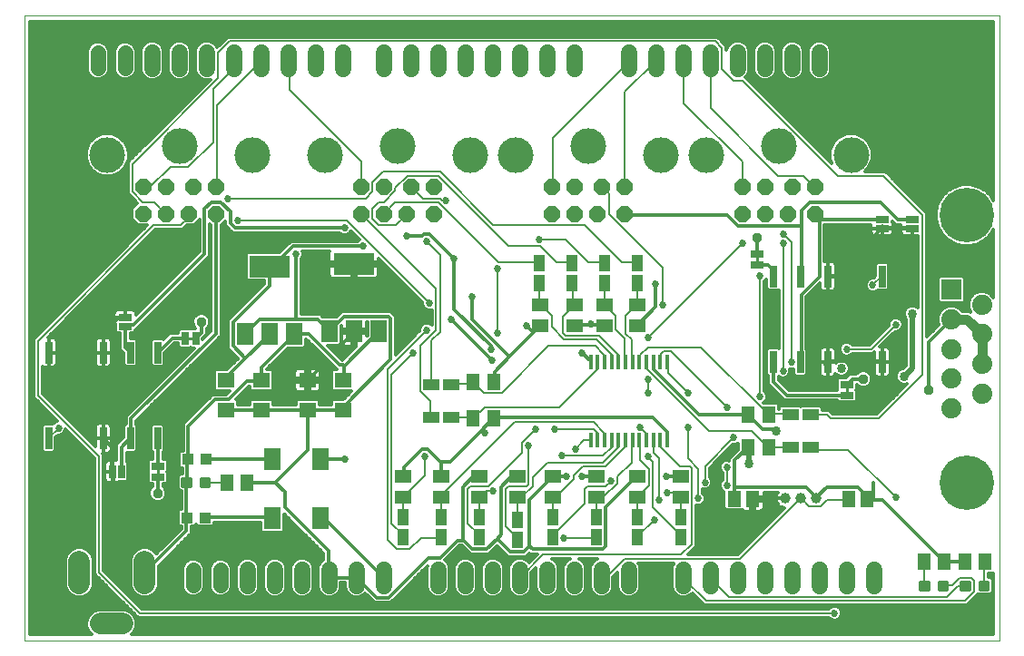
<source format=gtl>
G75*
%MOIN*%
%OFA0B0*%
%FSLAX25Y25*%
%IPPOS*%
%LPD*%
%AMOC8*
5,1,8,0,0,1.08239X$1,22.5*
%
%ADD10C,0.00000*%
%ADD11R,0.06000X0.05000*%
%ADD12R,0.06299X0.05512*%
%ADD13R,0.05000X0.06000*%
%ADD14R,0.06299X0.08268*%
%ADD15R,0.05900X0.07900*%
%ADD16R,0.15000X0.07900*%
%ADD17R,0.03937X0.05906*%
%ADD18R,0.05906X0.03937*%
%ADD19R,0.01370X0.05500*%
%ADD20C,0.07874*%
%ADD21C,0.01181*%
%ADD22R,0.05118X0.06299*%
%ADD23R,0.04331X0.03937*%
%ADD24C,0.05906*%
%ADD25C,0.05600*%
%ADD26R,0.05118X0.05906*%
%ADD27C,0.03900*%
%ADD28R,0.07400X0.07400*%
%ADD29C,0.07400*%
%ADD30C,0.20000*%
%ADD31R,0.02500X0.07874*%
%ADD32R,0.05000X0.02500*%
%ADD33C,0.01000*%
%ADD34R,0.02500X0.05000*%
%ADD35OC8,0.05906*%
%ADD36C,0.13094*%
%ADD37C,0.01300*%
%ADD38C,0.02700*%
%ADD39C,0.03762*%
%ADD40C,0.03400*%
%ADD41C,0.02000*%
%ADD42C,0.00800*%
%ADD43C,0.03500*%
D10*
X0062595Y0011650D02*
X0062595Y0241150D01*
X0420595Y0241150D01*
X0420595Y0011650D01*
X0062595Y0011650D01*
D11*
X0201595Y0064400D03*
X0201595Y0071900D03*
X0215595Y0071900D03*
X0215595Y0064400D03*
X0229595Y0064400D03*
X0229595Y0071900D03*
X0243595Y0071900D03*
X0243595Y0064400D03*
X0256595Y0064400D03*
X0256595Y0071900D03*
X0272595Y0071900D03*
X0272595Y0064400D03*
X0287595Y0064400D03*
X0287595Y0071900D03*
X0303595Y0071900D03*
X0303595Y0064400D03*
X0287595Y0127400D03*
X0275595Y0127400D03*
X0264595Y0127400D03*
X0264595Y0134900D03*
X0275595Y0134900D03*
X0287595Y0134900D03*
X0252095Y0134900D03*
X0252095Y0127400D03*
D12*
X0179595Y0107162D03*
X0166595Y0107162D03*
X0166595Y0096138D03*
X0179595Y0096138D03*
X0149595Y0096138D03*
X0136595Y0096138D03*
X0136595Y0107162D03*
X0149595Y0107162D03*
D13*
X0227345Y0106650D03*
X0234845Y0106650D03*
X0234845Y0093150D03*
X0227345Y0093150D03*
X0328345Y0094650D03*
X0335845Y0094650D03*
X0335845Y0082650D03*
X0328345Y0082650D03*
D14*
X0171453Y0078150D03*
X0153737Y0078150D03*
X0153737Y0056650D03*
X0171453Y0056650D03*
D15*
X0161695Y0124250D03*
X0152695Y0124250D03*
X0143695Y0124250D03*
X0174695Y0125250D03*
X0183695Y0125250D03*
X0192695Y0125250D03*
D16*
X0183595Y0150050D03*
X0152595Y0149050D03*
D17*
X0251595Y0150351D03*
X0251595Y0142949D03*
X0263595Y0142949D03*
X0263595Y0150351D03*
X0275595Y0150351D03*
X0275595Y0142949D03*
X0287595Y0142949D03*
X0287595Y0150351D03*
X0287595Y0056851D03*
X0287595Y0049449D03*
X0272595Y0049449D03*
X0272595Y0056851D03*
X0256595Y0056851D03*
X0256595Y0049449D03*
X0243595Y0048449D03*
X0243595Y0055851D03*
X0229595Y0056851D03*
X0229595Y0049449D03*
X0215595Y0049449D03*
X0215595Y0056851D03*
X0201595Y0056851D03*
X0201595Y0049449D03*
X0303595Y0049449D03*
X0303595Y0056851D03*
D18*
X0343894Y0082650D03*
X0351296Y0082650D03*
X0351296Y0094650D03*
X0343894Y0094650D03*
X0219296Y0093650D03*
X0211894Y0093650D03*
X0211894Y0105650D03*
X0219296Y0105650D03*
D19*
X0270520Y0114044D03*
X0273079Y0114044D03*
X0275638Y0114044D03*
X0278198Y0114044D03*
X0280757Y0114044D03*
X0283316Y0114044D03*
X0285875Y0114044D03*
X0288434Y0114044D03*
X0290993Y0114044D03*
X0293552Y0114044D03*
X0296111Y0114044D03*
X0298670Y0114044D03*
X0298670Y0085256D03*
X0296111Y0085256D03*
X0293552Y0085256D03*
X0290993Y0085256D03*
X0288434Y0085256D03*
X0285875Y0085256D03*
X0283316Y0085256D03*
X0280757Y0085256D03*
X0278198Y0085256D03*
X0275638Y0085256D03*
X0273079Y0085256D03*
X0270520Y0085256D03*
D20*
X0106800Y0040587D02*
X0106800Y0032713D01*
X0098532Y0017752D02*
X0090658Y0017752D01*
X0082784Y0032713D02*
X0082784Y0040587D01*
D21*
X0120764Y0068272D02*
X0120764Y0071028D01*
X0123520Y0071028D01*
X0123520Y0068272D01*
X0120764Y0068272D01*
X0120764Y0069452D02*
X0123520Y0069452D01*
X0123520Y0070632D02*
X0120764Y0070632D01*
X0127670Y0071028D02*
X0127670Y0068272D01*
X0127670Y0071028D02*
X0130426Y0071028D01*
X0130426Y0068272D01*
X0127670Y0068272D01*
X0127670Y0069452D02*
X0130426Y0069452D01*
X0130426Y0070632D02*
X0127670Y0070632D01*
X0394520Y0033028D02*
X0394520Y0030272D01*
X0391764Y0030272D01*
X0391764Y0033028D01*
X0394520Y0033028D01*
X0394520Y0031452D02*
X0391764Y0031452D01*
X0391764Y0032632D02*
X0394520Y0032632D01*
X0401426Y0033028D02*
X0401426Y0030272D01*
X0398670Y0030272D01*
X0398670Y0033028D01*
X0401426Y0033028D01*
X0401426Y0031452D02*
X0398670Y0031452D01*
X0398670Y0032632D02*
X0401426Y0032632D01*
X0406764Y0033028D02*
X0406764Y0030272D01*
X0406764Y0033028D02*
X0409520Y0033028D01*
X0409520Y0030272D01*
X0406764Y0030272D01*
X0406764Y0031452D02*
X0409520Y0031452D01*
X0409520Y0032632D02*
X0406764Y0032632D01*
X0413670Y0033028D02*
X0413670Y0030272D01*
X0413670Y0033028D02*
X0416426Y0033028D01*
X0416426Y0030272D01*
X0413670Y0030272D01*
X0413670Y0031452D02*
X0416426Y0031452D01*
X0416426Y0032632D02*
X0413670Y0032632D01*
D22*
X0415335Y0040650D03*
X0407855Y0040650D03*
X0400335Y0040650D03*
X0392855Y0040650D03*
X0144335Y0069650D03*
X0136855Y0069650D03*
D23*
X0129442Y0078150D03*
X0122749Y0078150D03*
X0122249Y0056650D03*
X0128942Y0056650D03*
D24*
X0144595Y0037603D02*
X0144595Y0031697D01*
X0154595Y0031697D02*
X0154595Y0037603D01*
X0164595Y0037603D02*
X0164595Y0031697D01*
X0174595Y0031697D02*
X0174595Y0037603D01*
X0184595Y0037603D02*
X0184595Y0031697D01*
X0194595Y0031697D02*
X0194595Y0037603D01*
X0214595Y0037603D02*
X0214595Y0031697D01*
X0224595Y0031697D02*
X0224595Y0037603D01*
X0234595Y0037603D02*
X0234595Y0031697D01*
X0244595Y0031697D02*
X0244595Y0037603D01*
X0254595Y0037603D02*
X0254595Y0031697D01*
X0264595Y0031697D02*
X0264595Y0037603D01*
X0274595Y0037603D02*
X0274595Y0031697D01*
X0284595Y0031697D02*
X0284595Y0037603D01*
X0304595Y0037603D02*
X0304595Y0031697D01*
X0314595Y0031697D02*
X0314595Y0037603D01*
X0324595Y0037603D02*
X0324595Y0031697D01*
X0334595Y0031697D02*
X0334595Y0037603D01*
X0344595Y0037603D02*
X0344595Y0031697D01*
X0354595Y0031697D02*
X0354595Y0037603D01*
X0364595Y0037603D02*
X0364595Y0031697D01*
X0374595Y0031697D02*
X0374595Y0037603D01*
X0354595Y0221697D02*
X0354595Y0227603D01*
X0344595Y0227603D02*
X0344595Y0221697D01*
X0334595Y0221697D02*
X0334595Y0227603D01*
X0324595Y0227603D02*
X0324595Y0221697D01*
X0314595Y0221697D02*
X0314595Y0227603D01*
X0304595Y0227603D02*
X0304595Y0221697D01*
X0294595Y0221697D02*
X0294595Y0227603D01*
X0284595Y0227603D02*
X0284595Y0221697D01*
X0264595Y0221697D02*
X0264595Y0227603D01*
X0254595Y0227603D02*
X0254595Y0221697D01*
X0244595Y0221697D02*
X0244595Y0227603D01*
X0234595Y0227603D02*
X0234595Y0221697D01*
X0224595Y0221697D02*
X0224595Y0227603D01*
X0214595Y0227603D02*
X0214595Y0221697D01*
X0204595Y0221697D02*
X0204595Y0227603D01*
X0194595Y0227603D02*
X0194595Y0221697D01*
X0179595Y0221697D02*
X0179595Y0227603D01*
X0169595Y0227603D02*
X0169595Y0221697D01*
X0159595Y0221697D02*
X0159595Y0227603D01*
X0149595Y0227603D02*
X0149595Y0221697D01*
X0139595Y0221697D02*
X0139595Y0227603D01*
X0129595Y0227603D02*
X0129595Y0221697D01*
X0119595Y0221697D02*
X0119595Y0227603D01*
X0109595Y0227603D02*
X0109595Y0221697D01*
X0109595Y0227603D01*
D25*
X0099595Y0227450D02*
X0099595Y0221850D01*
X0089595Y0221850D02*
X0089595Y0227450D01*
X0124595Y0037450D02*
X0124595Y0031850D01*
X0134595Y0031850D02*
X0134595Y0037450D01*
D26*
X0323249Y0063650D03*
X0329942Y0063650D03*
X0365249Y0063650D03*
X0371942Y0063650D03*
D27*
X0353395Y0063950D03*
X0347795Y0063950D03*
X0342095Y0063850D03*
D28*
X0403005Y0140461D03*
D29*
X0414186Y0134989D03*
X0403005Y0129556D03*
X0414186Y0124083D03*
X0403005Y0118650D03*
X0414186Y0113217D03*
X0403005Y0107744D03*
X0414186Y0102311D03*
X0403005Y0096839D03*
D30*
X0408595Y0069437D03*
X0408595Y0167863D03*
D31*
X0377595Y0145398D03*
X0357595Y0145398D03*
X0347595Y0145398D03*
X0337595Y0145398D03*
X0337595Y0113902D03*
X0347595Y0113902D03*
X0357595Y0113902D03*
X0377595Y0113902D03*
X0111595Y0117398D03*
X0101595Y0117398D03*
X0091595Y0117398D03*
X0071595Y0117398D03*
X0071595Y0085902D03*
X0091595Y0085902D03*
X0101595Y0085902D03*
X0111595Y0085902D03*
D32*
X0111595Y0075650D03*
X0111595Y0071650D03*
X0099595Y0127050D03*
X0099595Y0130250D03*
X0331595Y0149650D03*
X0331595Y0153650D03*
X0377595Y0163050D03*
X0377595Y0166250D03*
X0388595Y0166250D03*
X0388595Y0163050D03*
X0364595Y0105650D03*
X0364595Y0101650D03*
D33*
X0364595Y0105650D01*
X0331595Y0149650D02*
X0331595Y0153650D01*
X0125595Y0122650D02*
X0121595Y0122650D01*
X0111595Y0075650D02*
X0111595Y0071650D01*
D34*
X0098195Y0073650D03*
X0094995Y0073650D03*
X0121595Y0122650D03*
X0125595Y0122650D03*
D35*
X0123138Y0168343D03*
X0114477Y0168343D03*
X0106209Y0168343D03*
X0106209Y0178185D03*
X0114477Y0178185D03*
X0124713Y0178185D03*
X0132981Y0178185D03*
X0132981Y0168343D03*
X0186209Y0168343D03*
X0194477Y0168343D03*
X0203138Y0168343D03*
X0212981Y0168343D03*
X0212981Y0178185D03*
X0204713Y0178185D03*
X0194477Y0178185D03*
X0186209Y0178185D03*
X0256209Y0178185D03*
X0264477Y0178185D03*
X0274713Y0178185D03*
X0282981Y0178185D03*
X0282981Y0168343D03*
X0273138Y0168343D03*
X0264477Y0168343D03*
X0256209Y0168343D03*
X0326209Y0168343D03*
X0334477Y0168343D03*
X0343138Y0168343D03*
X0352981Y0168343D03*
X0352981Y0178185D03*
X0344713Y0178185D03*
X0334477Y0178185D03*
X0326209Y0178185D03*
D36*
X0313020Y0189996D03*
X0296170Y0189996D03*
X0269595Y0193146D03*
X0243020Y0189996D03*
X0226170Y0189996D03*
X0199595Y0193146D03*
X0173020Y0189996D03*
X0146170Y0189996D03*
X0119595Y0193146D03*
X0093020Y0189996D03*
X0339595Y0193146D03*
X0366170Y0189996D03*
D37*
X0358941Y0192919D02*
X0352959Y0192919D01*
X0351661Y0194218D02*
X0359479Y0194218D01*
X0359560Y0194413D02*
X0358373Y0191547D01*
X0358373Y0188445D01*
X0359037Y0186841D01*
X0327795Y0218083D01*
X0327360Y0218519D01*
X0328158Y0219317D01*
X0328798Y0220861D01*
X0328798Y0228439D01*
X0328158Y0229983D01*
X0326976Y0231166D01*
X0325431Y0231805D01*
X0323759Y0231805D01*
X0322214Y0231166D01*
X0321032Y0229983D01*
X0320445Y0228566D01*
X0320445Y0229983D01*
X0317995Y0232433D01*
X0317029Y0233400D01*
X0137162Y0233400D01*
X0133330Y0229568D01*
X0133158Y0229983D01*
X0131976Y0231166D01*
X0130431Y0231805D01*
X0128759Y0231805D01*
X0127214Y0231166D01*
X0126032Y0229983D01*
X0125392Y0228439D01*
X0125392Y0220861D01*
X0126032Y0219317D01*
X0127214Y0218134D01*
X0128759Y0217494D01*
X0130431Y0217494D01*
X0130901Y0217689D01*
X0101462Y0188250D01*
X0100495Y0187283D01*
X0100495Y0175767D01*
X0104092Y0172169D01*
X0102007Y0170084D01*
X0102007Y0166602D01*
X0104468Y0164140D01*
X0107752Y0164140D01*
X0065945Y0122333D01*
X0065945Y0100967D01*
X0066912Y0100000D01*
X0074666Y0092245D01*
X0073722Y0091854D01*
X0072991Y0091123D01*
X0072977Y0091089D01*
X0069827Y0091089D01*
X0069095Y0090357D01*
X0069095Y0081447D01*
X0069827Y0080715D01*
X0073363Y0080715D01*
X0074095Y0081447D01*
X0074095Y0086217D01*
X0074929Y0087050D01*
X0075712Y0087050D01*
X0076668Y0087446D01*
X0077399Y0088177D01*
X0077790Y0089121D01*
X0088445Y0078467D01*
X0088445Y0035967D01*
X0089412Y0035000D01*
X0104412Y0020000D01*
X0358068Y0020000D01*
X0358622Y0019446D01*
X0359578Y0019050D01*
X0360612Y0019050D01*
X0361568Y0019446D01*
X0362299Y0020177D01*
X0362695Y0021133D01*
X0362695Y0022167D01*
X0362299Y0023123D01*
X0361568Y0023854D01*
X0360612Y0024250D01*
X0359578Y0024250D01*
X0358622Y0023854D01*
X0358068Y0023300D01*
X0105779Y0023300D01*
X0091745Y0037333D01*
X0091745Y0079833D01*
X0091264Y0080315D01*
X0091595Y0080315D01*
X0091595Y0085902D01*
X0091595Y0085902D01*
X0088695Y0085902D01*
X0088695Y0090056D01*
X0088808Y0090476D01*
X0089025Y0090852D01*
X0089332Y0091159D01*
X0089708Y0091377D01*
X0090128Y0091489D01*
X0091595Y0091489D01*
X0091595Y0085902D01*
X0091595Y0085902D01*
X0088695Y0085902D01*
X0088695Y0082883D01*
X0069245Y0102333D01*
X0069245Y0112228D01*
X0069332Y0112141D01*
X0069708Y0111923D01*
X0070128Y0111811D01*
X0071595Y0111811D01*
X0071595Y0117398D01*
X0071595Y0117398D01*
X0071695Y0117300D01*
X0090945Y0117300D01*
X0091595Y0117398D01*
X0088695Y0117398D01*
X0088695Y0113244D01*
X0088808Y0112824D01*
X0089025Y0112448D01*
X0089332Y0112141D01*
X0089708Y0111923D01*
X0090128Y0111811D01*
X0091595Y0111811D01*
X0091595Y0117398D01*
X0091595Y0117398D01*
X0088695Y0117398D01*
X0088695Y0121552D01*
X0088808Y0121972D01*
X0089025Y0122348D01*
X0089332Y0122655D01*
X0089708Y0122873D01*
X0090128Y0122985D01*
X0091595Y0122985D01*
X0091595Y0117398D01*
X0091595Y0117398D01*
X0091645Y0116950D01*
X0091645Y0086500D01*
X0091595Y0085902D01*
X0091645Y0085800D01*
X0094445Y0083000D01*
X0096895Y0085450D01*
X0098101Y0085143D02*
X0094495Y0085143D01*
X0094495Y0085902D02*
X0091595Y0085902D01*
X0091595Y0085902D01*
X0091595Y0091489D01*
X0093062Y0091489D01*
X0093482Y0091377D01*
X0093858Y0091159D01*
X0094165Y0090852D01*
X0094383Y0090476D01*
X0094495Y0090056D01*
X0094495Y0085902D01*
X0091595Y0085902D01*
X0091595Y0080315D01*
X0093062Y0080315D01*
X0093482Y0080427D01*
X0093858Y0080645D01*
X0094165Y0080952D01*
X0094383Y0081328D01*
X0094495Y0081748D01*
X0094495Y0085902D01*
X0094495Y0086441D02*
X0099095Y0086441D01*
X0099095Y0086137D02*
X0096395Y0083437D01*
X0096395Y0077800D01*
X0094995Y0077800D01*
X0093528Y0077800D01*
X0093108Y0077688D01*
X0092732Y0077470D01*
X0092425Y0077163D01*
X0092208Y0076787D01*
X0092095Y0076367D01*
X0092095Y0073650D01*
X0094995Y0073650D01*
X0094995Y0073650D01*
X0092095Y0073650D01*
X0092095Y0070933D01*
X0092208Y0070513D01*
X0092425Y0070137D01*
X0092732Y0069830D01*
X0093108Y0069612D01*
X0093528Y0069500D01*
X0094995Y0069500D01*
X0094995Y0073650D01*
X0094995Y0077800D01*
X0094995Y0073650D01*
X0094995Y0073650D01*
X0095145Y0073200D01*
X0095145Y0036800D01*
X0106695Y0025250D01*
X0284145Y0025250D01*
X0289745Y0030850D01*
X0291145Y0030850D01*
X0288798Y0030861D02*
X0288798Y0038439D01*
X0288158Y0039983D01*
X0288091Y0040050D01*
X0301099Y0040050D01*
X0301032Y0039983D01*
X0300392Y0038439D01*
X0300392Y0030861D01*
X0301032Y0029317D01*
X0302214Y0028134D01*
X0303759Y0027494D01*
X0305431Y0027494D01*
X0306976Y0028134D01*
X0307827Y0028985D01*
X0312162Y0024650D01*
X0408729Y0024650D01*
X0409695Y0025617D01*
X0412709Y0028630D01*
X0412908Y0028431D01*
X0417188Y0028431D01*
X0418266Y0029510D01*
X0418266Y0033790D01*
X0417188Y0034868D01*
X0416695Y0034868D01*
X0416695Y0036250D01*
X0418412Y0036250D01*
X0418445Y0036283D01*
X0418445Y0013800D01*
X0101915Y0013800D01*
X0102929Y0014814D01*
X0103719Y0016721D01*
X0103719Y0018784D01*
X0102929Y0020691D01*
X0101470Y0022150D01*
X0099564Y0022939D01*
X0089626Y0022939D01*
X0087720Y0022150D01*
X0086261Y0020691D01*
X0085471Y0018784D01*
X0085471Y0016721D01*
X0086261Y0014814D01*
X0087275Y0013800D01*
X0064745Y0013800D01*
X0064745Y0239000D01*
X0418445Y0239000D01*
X0418445Y0173302D01*
X0417597Y0174770D01*
X0415503Y0176865D01*
X0412937Y0178346D01*
X0410076Y0179113D01*
X0407114Y0179113D01*
X0404253Y0178346D01*
X0401687Y0176865D01*
X0399593Y0174770D01*
X0398112Y0172205D01*
X0397345Y0169344D01*
X0397345Y0166381D01*
X0398112Y0163520D01*
X0399593Y0160955D01*
X0401687Y0158860D01*
X0404253Y0157379D01*
X0407114Y0156613D01*
X0410076Y0156613D01*
X0412937Y0157379D01*
X0415503Y0158860D01*
X0417597Y0160955D01*
X0418445Y0162423D01*
X0418445Y0137640D01*
X0418382Y0137793D01*
X0416990Y0139185D01*
X0415170Y0139939D01*
X0413201Y0139939D01*
X0411382Y0139185D01*
X0409989Y0137793D01*
X0409236Y0135973D01*
X0409236Y0134004D01*
X0409945Y0132293D01*
X0409310Y0132555D01*
X0407005Y0132555D01*
X0405809Y0133752D01*
X0403989Y0134505D01*
X0402020Y0134505D01*
X0400201Y0133752D01*
X0398808Y0132359D01*
X0398055Y0130540D01*
X0398055Y0128571D01*
X0398429Y0127667D01*
X0393945Y0123183D01*
X0393945Y0168733D01*
X0379595Y0183083D01*
X0379595Y0183083D01*
X0378629Y0184050D01*
X0371250Y0184050D01*
X0372780Y0185580D01*
X0373967Y0188445D01*
X0373967Y0191547D01*
X0372780Y0194413D01*
X0370587Y0196607D01*
X0367721Y0197794D01*
X0364619Y0197794D01*
X0361753Y0196607D01*
X0359560Y0194413D01*
X0360663Y0195516D02*
X0350362Y0195516D01*
X0349064Y0196815D02*
X0362256Y0196815D01*
X0358403Y0191621D02*
X0354258Y0191621D01*
X0355556Y0190322D02*
X0358373Y0190322D01*
X0358373Y0189024D02*
X0356855Y0189024D01*
X0358153Y0187725D02*
X0358671Y0187725D01*
X0372329Y0185128D02*
X0418445Y0185128D01*
X0418445Y0183830D02*
X0378849Y0183830D01*
X0380147Y0182531D02*
X0418445Y0182531D01*
X0418445Y0181233D02*
X0381446Y0181233D01*
X0382744Y0179934D02*
X0418445Y0179934D01*
X0418445Y0178636D02*
X0411856Y0178636D01*
X0414685Y0177337D02*
X0418445Y0177337D01*
X0418445Y0176039D02*
X0416329Y0176039D01*
X0417615Y0174740D02*
X0418445Y0174740D01*
X0418445Y0173442D02*
X0418364Y0173442D01*
X0405334Y0178636D02*
X0384043Y0178636D01*
X0385341Y0177337D02*
X0402506Y0177337D01*
X0400861Y0176039D02*
X0386640Y0176039D01*
X0387938Y0174740D02*
X0399575Y0174740D01*
X0398826Y0173442D02*
X0389237Y0173442D01*
X0390536Y0172143D02*
X0398095Y0172143D01*
X0397747Y0170845D02*
X0391834Y0170845D01*
X0393133Y0169546D02*
X0397399Y0169546D01*
X0397345Y0168248D02*
X0393945Y0168248D01*
X0393945Y0166949D02*
X0397345Y0166949D01*
X0397541Y0165651D02*
X0393945Y0165651D01*
X0393945Y0164352D02*
X0397889Y0164352D01*
X0398381Y0163053D02*
X0393945Y0163053D01*
X0393945Y0161755D02*
X0399131Y0161755D01*
X0400091Y0160456D02*
X0393945Y0160456D01*
X0393945Y0159158D02*
X0401390Y0159158D01*
X0403421Y0157859D02*
X0393945Y0157859D01*
X0393945Y0156561D02*
X0418445Y0156561D01*
X0418445Y0157859D02*
X0413769Y0157859D01*
X0415800Y0159158D02*
X0418445Y0159158D01*
X0418445Y0160456D02*
X0417099Y0160456D01*
X0418059Y0161755D02*
X0418445Y0161755D01*
X0418445Y0155262D02*
X0393945Y0155262D01*
X0393945Y0153964D02*
X0418445Y0153964D01*
X0418445Y0152665D02*
X0393945Y0152665D01*
X0393945Y0151367D02*
X0418445Y0151367D01*
X0418445Y0150068D02*
X0393945Y0150068D01*
X0393945Y0148770D02*
X0418445Y0148770D01*
X0418445Y0147471D02*
X0393945Y0147471D01*
X0393945Y0146173D02*
X0418445Y0146173D01*
X0418445Y0144874D02*
X0407759Y0144874D01*
X0407955Y0144679D02*
X0407222Y0145411D01*
X0398787Y0145411D01*
X0398055Y0144679D01*
X0398055Y0136243D01*
X0398787Y0135511D01*
X0407222Y0135511D01*
X0407955Y0136243D01*
X0407955Y0144679D01*
X0407955Y0143576D02*
X0418445Y0143576D01*
X0418445Y0142277D02*
X0407955Y0142277D01*
X0407955Y0140979D02*
X0418445Y0140979D01*
X0418445Y0139680D02*
X0415794Y0139680D01*
X0417793Y0138382D02*
X0418445Y0138382D01*
X0412578Y0139680D02*
X0407955Y0139680D01*
X0407955Y0138382D02*
X0410579Y0138382D01*
X0409696Y0137083D02*
X0407955Y0137083D01*
X0407496Y0135785D02*
X0409236Y0135785D01*
X0409236Y0134486D02*
X0404036Y0134486D01*
X0401973Y0134486D02*
X0393945Y0134486D01*
X0393945Y0133188D02*
X0399636Y0133188D01*
X0398613Y0131889D02*
X0393945Y0131889D01*
X0393945Y0130591D02*
X0398076Y0130591D01*
X0398055Y0129292D02*
X0393945Y0129292D01*
X0393945Y0127994D02*
X0398294Y0127994D01*
X0397457Y0126695D02*
X0393945Y0126695D01*
X0393945Y0125397D02*
X0396159Y0125397D01*
X0394860Y0124098D02*
X0393945Y0124098D01*
X0394595Y0121146D02*
X0403005Y0129556D01*
X0406373Y0133188D02*
X0409574Y0133188D01*
X0398513Y0135785D02*
X0393945Y0135785D01*
X0393945Y0137083D02*
X0398055Y0137083D01*
X0398055Y0138382D02*
X0393945Y0138382D01*
X0393945Y0139680D02*
X0398055Y0139680D01*
X0398055Y0140979D02*
X0393945Y0140979D01*
X0393945Y0142277D02*
X0398055Y0142277D01*
X0398055Y0143576D02*
X0393945Y0143576D01*
X0393945Y0144874D02*
X0398250Y0144874D01*
X0390645Y0144874D02*
X0380095Y0144874D01*
X0380095Y0143576D02*
X0390645Y0143576D01*
X0390645Y0142277D02*
X0380095Y0142277D01*
X0380095Y0140979D02*
X0390645Y0140979D01*
X0390645Y0139680D02*
X0374927Y0139680D01*
X0374612Y0139550D02*
X0375568Y0139946D01*
X0375833Y0140211D01*
X0379363Y0140211D01*
X0380095Y0140943D01*
X0380095Y0149853D01*
X0379363Y0150585D01*
X0375827Y0150585D01*
X0375095Y0149853D01*
X0375095Y0145483D01*
X0374362Y0144750D01*
X0373578Y0144750D01*
X0372622Y0144354D01*
X0371891Y0143623D01*
X0371495Y0142667D01*
X0371495Y0141633D01*
X0371891Y0140677D01*
X0372622Y0139946D01*
X0373578Y0139550D01*
X0374612Y0139550D01*
X0373263Y0139680D02*
X0351562Y0139680D01*
X0350264Y0138382D02*
X0390645Y0138382D01*
X0390645Y0137083D02*
X0349745Y0137083D01*
X0349745Y0137863D02*
X0354695Y0142813D01*
X0354695Y0141244D01*
X0354808Y0140824D01*
X0355025Y0140448D01*
X0355332Y0140141D01*
X0355708Y0139923D01*
X0356128Y0139811D01*
X0357595Y0139811D01*
X0357595Y0145398D01*
X0357595Y0145398D01*
X0357645Y0144950D01*
X0357645Y0114500D01*
X0357595Y0113902D01*
X0357595Y0113902D01*
X0354695Y0113902D01*
X0354695Y0118056D01*
X0354808Y0118476D01*
X0355025Y0118852D01*
X0355332Y0119159D01*
X0355708Y0119377D01*
X0356128Y0119489D01*
X0357595Y0119489D01*
X0357595Y0113902D01*
X0357595Y0113902D01*
X0354695Y0113902D01*
X0354695Y0109748D01*
X0354808Y0109328D01*
X0355025Y0108952D01*
X0355332Y0108645D01*
X0355708Y0108427D01*
X0356128Y0108315D01*
X0357595Y0108315D01*
X0357595Y0113902D01*
X0357295Y0113450D01*
X0356595Y0112750D01*
X0357595Y0112412D02*
X0357595Y0112412D01*
X0357595Y0113710D02*
X0357595Y0113710D01*
X0357595Y0113902D02*
X0357595Y0108315D01*
X0359062Y0108315D01*
X0359482Y0108427D01*
X0359858Y0108645D01*
X0360165Y0108952D01*
X0360383Y0109328D01*
X0360459Y0109614D01*
X0360924Y0109149D01*
X0362008Y0108700D01*
X0363182Y0108700D01*
X0364266Y0109149D01*
X0365096Y0109979D01*
X0365545Y0111063D01*
X0365545Y0112237D01*
X0365096Y0113321D01*
X0364266Y0114151D01*
X0363182Y0114600D01*
X0362008Y0114600D01*
X0360924Y0114151D01*
X0360495Y0113722D01*
X0360495Y0113902D01*
X0360495Y0118056D01*
X0360383Y0118476D01*
X0360165Y0118852D01*
X0359858Y0119159D01*
X0359482Y0119377D01*
X0359062Y0119489D01*
X0357595Y0119489D01*
X0357595Y0113902D01*
X0357645Y0114150D01*
X0377595Y0114150D01*
X0377595Y0113902D01*
X0377595Y0113902D01*
X0374695Y0113902D01*
X0374695Y0117417D01*
X0374279Y0117000D01*
X0366622Y0117000D01*
X0366068Y0116446D01*
X0365112Y0116050D01*
X0364078Y0116050D01*
X0363122Y0116446D01*
X0362391Y0117177D01*
X0361995Y0118133D01*
X0361995Y0119167D01*
X0362391Y0120123D01*
X0363122Y0120854D01*
X0364078Y0121250D01*
X0365112Y0121250D01*
X0366068Y0120854D01*
X0366622Y0120300D01*
X0372912Y0120300D01*
X0379995Y0127383D01*
X0379995Y0128167D01*
X0380391Y0129123D01*
X0381122Y0129854D01*
X0382078Y0130250D01*
X0383112Y0130250D01*
X0384068Y0129854D01*
X0384799Y0129123D01*
X0385195Y0128167D01*
X0385195Y0127133D01*
X0384799Y0126177D01*
X0384068Y0125446D01*
X0383112Y0125050D01*
X0382329Y0125050D01*
X0376768Y0119489D01*
X0377595Y0119489D01*
X0377595Y0113902D01*
X0377595Y0113902D01*
X0374695Y0113902D01*
X0374695Y0109748D01*
X0374808Y0109328D01*
X0375025Y0108952D01*
X0375332Y0108645D01*
X0375708Y0108427D01*
X0376128Y0108315D01*
X0377595Y0108315D01*
X0377595Y0113902D01*
X0377595Y0113902D01*
X0377595Y0119489D01*
X0379062Y0119489D01*
X0379482Y0119377D01*
X0379858Y0119159D01*
X0380165Y0118852D01*
X0380383Y0118476D01*
X0380495Y0118056D01*
X0380495Y0113902D01*
X0377595Y0113902D01*
X0377595Y0108315D01*
X0379062Y0108315D01*
X0379482Y0108427D01*
X0379858Y0108645D01*
X0380165Y0108952D01*
X0380383Y0109328D01*
X0380495Y0109748D01*
X0380495Y0113902D01*
X0377595Y0113902D01*
X0377595Y0113902D01*
X0377595Y0113710D02*
X0377595Y0113710D01*
X0377595Y0112412D02*
X0377595Y0112412D01*
X0377595Y0111113D02*
X0377595Y0111113D01*
X0377595Y0109815D02*
X0377595Y0109815D01*
X0377595Y0108516D02*
X0377595Y0108516D01*
X0375555Y0108516D02*
X0373625Y0108516D01*
X0373726Y0108273D02*
X0373250Y0109424D01*
X0372369Y0110304D01*
X0371218Y0110781D01*
X0369972Y0110781D01*
X0368822Y0110304D01*
X0368067Y0109550D01*
X0365808Y0109550D01*
X0364408Y0108150D01*
X0361577Y0108150D01*
X0360845Y0107418D01*
X0360845Y0103882D01*
X0361077Y0103650D01*
X0360977Y0103550D01*
X0343382Y0103550D01*
X0339495Y0107437D01*
X0339495Y0108673D01*
X0339722Y0108446D01*
X0340678Y0108050D01*
X0341712Y0108050D01*
X0342668Y0108446D01*
X0343399Y0109177D01*
X0343795Y0110133D01*
X0343795Y0111167D01*
X0343772Y0111223D01*
X0343828Y0111200D01*
X0344862Y0111200D01*
X0345095Y0111296D01*
X0345095Y0109447D01*
X0345827Y0108715D01*
X0349363Y0108715D01*
X0350095Y0109447D01*
X0350095Y0118357D01*
X0349745Y0118707D01*
X0349745Y0137863D01*
X0347845Y0138650D02*
X0354495Y0145300D01*
X0354495Y0165950D01*
X0352981Y0168343D01*
X0353095Y0168050D01*
X0354845Y0166300D01*
X0377595Y0166300D01*
X0377595Y0166250D01*
X0377595Y0163750D02*
X0377595Y0163050D01*
X0377595Y0163050D01*
X0373445Y0163050D01*
X0373445Y0164400D01*
X0356395Y0164400D01*
X0356395Y0150985D01*
X0357595Y0150985D01*
X0357595Y0145398D01*
X0357645Y0145650D01*
X0360095Y0145650D01*
X0377245Y0162800D01*
X0377595Y0163050D01*
X0373445Y0163050D01*
X0373445Y0161583D01*
X0373558Y0161163D01*
X0373775Y0160787D01*
X0374082Y0160480D01*
X0374458Y0160262D01*
X0374878Y0160150D01*
X0377595Y0160150D01*
X0377595Y0163050D01*
X0377595Y0163050D01*
X0377595Y0163150D01*
X0388445Y0163150D01*
X0388595Y0163050D01*
X0388595Y0163050D01*
X0384445Y0163050D01*
X0384445Y0164400D01*
X0382408Y0164400D01*
X0381345Y0165463D01*
X0381345Y0165383D01*
X0381415Y0165313D01*
X0381633Y0164937D01*
X0381745Y0164517D01*
X0381745Y0163050D01*
X0377595Y0163050D01*
X0377595Y0163050D01*
X0377595Y0160150D01*
X0380312Y0160150D01*
X0380732Y0160262D01*
X0381108Y0160480D01*
X0381415Y0160787D01*
X0381633Y0161163D01*
X0381745Y0161583D01*
X0381745Y0163050D01*
X0377595Y0163050D01*
X0377595Y0163750D01*
X0377595Y0163750D01*
X0377595Y0163053D02*
X0377595Y0163053D01*
X0377595Y0163050D02*
X0377595Y0163050D01*
X0377595Y0161755D02*
X0377595Y0161755D01*
X0377595Y0160456D02*
X0377595Y0160456D01*
X0374122Y0160456D02*
X0356395Y0160456D01*
X0356395Y0159158D02*
X0390645Y0159158D01*
X0390645Y0160150D02*
X0390645Y0133772D01*
X0390266Y0134151D01*
X0389182Y0134600D01*
X0388008Y0134600D01*
X0386924Y0134151D01*
X0386094Y0133321D01*
X0385645Y0132237D01*
X0385645Y0131063D01*
X0386094Y0129979D01*
X0386345Y0129728D01*
X0386345Y0112582D01*
X0385363Y0111600D01*
X0385008Y0111600D01*
X0383924Y0111151D01*
X0383094Y0110321D01*
X0382645Y0109237D01*
X0382645Y0108063D01*
X0383094Y0106979D01*
X0383924Y0106149D01*
X0385008Y0105700D01*
X0386182Y0105700D01*
X0386745Y0105933D01*
X0375612Y0094800D01*
X0359379Y0094800D01*
X0357979Y0096200D01*
X0355499Y0096200D01*
X0355499Y0097136D01*
X0354766Y0097868D01*
X0347825Y0097868D01*
X0347595Y0097638D01*
X0347365Y0097868D01*
X0340424Y0097868D01*
X0339692Y0097136D01*
X0339692Y0096550D01*
X0339595Y0096550D01*
X0339595Y0098168D01*
X0338863Y0098900D01*
X0334037Y0098900D01*
X0334268Y0098996D01*
X0334999Y0099727D01*
X0335395Y0100683D01*
X0335395Y0101717D01*
X0334999Y0102673D01*
X0334445Y0103227D01*
X0334445Y0143623D01*
X0334999Y0144177D01*
X0335095Y0144409D01*
X0335095Y0140943D01*
X0335827Y0140211D01*
X0339363Y0140211D01*
X0339545Y0140393D01*
X0339545Y0118907D01*
X0339363Y0119089D01*
X0335827Y0119089D01*
X0335095Y0118357D01*
X0335095Y0109447D01*
X0335695Y0108847D01*
X0335695Y0105863D01*
X0340695Y0100863D01*
X0341808Y0099750D01*
X0360977Y0099750D01*
X0361577Y0099150D01*
X0367613Y0099150D01*
X0368345Y0099882D01*
X0368345Y0103418D01*
X0368113Y0103650D01*
X0368345Y0103882D01*
X0368345Y0105472D01*
X0368822Y0104996D01*
X0369972Y0104519D01*
X0371218Y0104519D01*
X0372369Y0104996D01*
X0373250Y0105876D01*
X0373726Y0107027D01*
X0373726Y0108273D01*
X0373726Y0107218D02*
X0382995Y0107218D01*
X0382645Y0108516D02*
X0379635Y0108516D01*
X0380495Y0109815D02*
X0382884Y0109815D01*
X0383886Y0111113D02*
X0380495Y0111113D01*
X0380495Y0112412D02*
X0386175Y0112412D01*
X0386345Y0113710D02*
X0380495Y0113710D01*
X0380495Y0115009D02*
X0386345Y0115009D01*
X0386345Y0116307D02*
X0380495Y0116307D01*
X0380495Y0117606D02*
X0386345Y0117606D01*
X0386345Y0118904D02*
X0380113Y0118904D01*
X0377595Y0118904D02*
X0377595Y0118904D01*
X0377595Y0117606D02*
X0377595Y0117606D01*
X0377595Y0116307D02*
X0377595Y0116307D01*
X0377595Y0115009D02*
X0377595Y0115009D01*
X0374695Y0115009D02*
X0360495Y0115009D01*
X0360495Y0113902D02*
X0357595Y0113902D01*
X0357595Y0113902D01*
X0357595Y0113902D01*
X0360495Y0113902D01*
X0360495Y0116307D02*
X0363457Y0116307D01*
X0362214Y0117606D02*
X0360495Y0117606D01*
X0360113Y0118904D02*
X0361995Y0118904D01*
X0362471Y0120203D02*
X0349745Y0120203D01*
X0349745Y0121501D02*
X0374113Y0121501D01*
X0375411Y0122800D02*
X0349745Y0122800D01*
X0349745Y0124098D02*
X0376710Y0124098D01*
X0378008Y0125397D02*
X0349745Y0125397D01*
X0349745Y0126695D02*
X0379307Y0126695D01*
X0379995Y0127994D02*
X0349745Y0127994D01*
X0349745Y0129292D02*
X0380560Y0129292D01*
X0384630Y0129292D02*
X0386345Y0129292D01*
X0386345Y0127994D02*
X0385195Y0127994D01*
X0385014Y0126695D02*
X0386345Y0126695D01*
X0386345Y0125397D02*
X0383949Y0125397D01*
X0386345Y0124098D02*
X0381377Y0124098D01*
X0380078Y0122800D02*
X0386345Y0122800D01*
X0386345Y0121501D02*
X0378780Y0121501D01*
X0377481Y0120203D02*
X0386345Y0120203D01*
X0394595Y0121146D02*
X0394595Y0103650D01*
X0386731Y0105919D02*
X0386711Y0105919D01*
X0385432Y0104620D02*
X0371463Y0104620D01*
X0369727Y0104620D02*
X0368345Y0104620D01*
X0368345Y0103322D02*
X0384134Y0103322D01*
X0382835Y0102023D02*
X0368345Y0102023D01*
X0368345Y0100725D02*
X0381537Y0100725D01*
X0380238Y0099426D02*
X0367889Y0099426D01*
X0364595Y0101650D02*
X0342595Y0101650D01*
X0337595Y0106650D01*
X0337595Y0113902D01*
X0335095Y0113710D02*
X0334445Y0113710D01*
X0334445Y0112412D02*
X0335095Y0112412D01*
X0335095Y0111113D02*
X0334445Y0111113D01*
X0334445Y0109815D02*
X0335095Y0109815D01*
X0335695Y0108516D02*
X0334445Y0108516D01*
X0334445Y0107218D02*
X0335695Y0107218D01*
X0335695Y0105919D02*
X0334445Y0105919D01*
X0334445Y0104620D02*
X0336938Y0104620D01*
X0338236Y0103322D02*
X0334445Y0103322D01*
X0335268Y0102023D02*
X0339535Y0102023D01*
X0340833Y0100725D02*
X0335395Y0100725D01*
X0334699Y0099426D02*
X0361301Y0099426D01*
X0358648Y0095531D02*
X0376343Y0095531D01*
X0377641Y0096829D02*
X0355499Y0096829D01*
X0360845Y0104620D02*
X0342312Y0104620D01*
X0341013Y0105919D02*
X0360845Y0105919D01*
X0360845Y0107218D02*
X0339715Y0107218D01*
X0339652Y0108516D02*
X0339495Y0108516D01*
X0342738Y0108516D02*
X0355555Y0108516D01*
X0354695Y0109815D02*
X0350095Y0109815D01*
X0350095Y0111113D02*
X0354695Y0111113D01*
X0354695Y0112412D02*
X0350095Y0112412D01*
X0350095Y0113710D02*
X0354695Y0113710D01*
X0354695Y0115009D02*
X0350095Y0115009D01*
X0350095Y0116307D02*
X0354695Y0116307D01*
X0354695Y0117606D02*
X0350095Y0117606D01*
X0349745Y0118904D02*
X0355077Y0118904D01*
X0357595Y0118904D02*
X0357595Y0118904D01*
X0357595Y0117606D02*
X0357595Y0117606D01*
X0357595Y0116307D02*
X0357595Y0116307D01*
X0357595Y0115009D02*
X0357595Y0115009D01*
X0357595Y0111113D02*
X0357595Y0111113D01*
X0357595Y0109815D02*
X0357595Y0109815D01*
X0357595Y0108516D02*
X0357595Y0108516D01*
X0359635Y0108516D02*
X0364774Y0108516D01*
X0364932Y0109815D02*
X0368332Y0109815D01*
X0366595Y0107650D02*
X0364595Y0105650D01*
X0366595Y0107650D02*
X0370595Y0107650D01*
X0372859Y0109815D02*
X0374695Y0109815D01*
X0374695Y0111113D02*
X0365545Y0111113D01*
X0365473Y0112412D02*
X0374695Y0112412D01*
X0374695Y0113710D02*
X0364707Y0113710D01*
X0365733Y0116307D02*
X0374695Y0116307D01*
X0373267Y0105919D02*
X0384480Y0105919D01*
X0378940Y0098128D02*
X0339595Y0098128D01*
X0339595Y0096829D02*
X0339692Y0096829D01*
X0333595Y0089200D02*
X0328595Y0094200D01*
X0328345Y0094650D01*
X0328245Y0094550D01*
X0310395Y0094550D01*
X0293595Y0111350D01*
X0293595Y0113800D01*
X0293552Y0114044D01*
X0287595Y0127400D02*
X0294295Y0134100D01*
X0294295Y0142500D01*
X0275595Y0127400D02*
X0275395Y0127450D01*
X0270495Y0127450D01*
X0270495Y0127800D01*
X0270495Y0127450D02*
X0264895Y0127450D01*
X0264595Y0127400D01*
X0267345Y0117300D02*
X0270495Y0114150D01*
X0270520Y0114044D01*
X0251945Y0127100D02*
X0252095Y0127400D01*
X0249145Y0125000D01*
X0247045Y0127100D01*
X0251945Y0127100D02*
X0240745Y0115900D01*
X0227095Y0129550D01*
X0227095Y0137950D01*
X0220445Y0133400D02*
X0220445Y0151950D01*
X0211345Y0161050D01*
X0209245Y0161050D01*
X0208545Y0160350D01*
X0202945Y0160350D01*
X0193145Y0151367D02*
X0192745Y0151367D01*
X0192745Y0151767D02*
X0208745Y0135767D01*
X0208745Y0134983D01*
X0209141Y0134027D01*
X0209872Y0133296D01*
X0210828Y0132900D01*
X0211862Y0132900D01*
X0212145Y0133017D01*
X0212145Y0127527D01*
X0211768Y0127904D01*
X0210812Y0128300D01*
X0209778Y0128300D01*
X0208822Y0127904D01*
X0208091Y0127173D01*
X0207695Y0126217D01*
X0207695Y0125433D01*
X0198895Y0116633D01*
X0198895Y0130687D01*
X0197782Y0131800D01*
X0197082Y0132500D01*
X0179058Y0132500D01*
X0177945Y0131387D01*
X0177008Y0130450D01*
X0172182Y0130450D01*
X0171182Y0131450D01*
X0164245Y0131450D01*
X0164245Y0151923D01*
X0164549Y0152227D01*
X0164945Y0153183D01*
X0164945Y0154217D01*
X0164787Y0154600D01*
X0174548Y0154600D01*
X0174445Y0154217D01*
X0174445Y0150700D01*
X0182945Y0150700D01*
X0182945Y0149400D01*
X0174445Y0149400D01*
X0174445Y0145883D01*
X0174558Y0145463D01*
X0174775Y0145087D01*
X0175082Y0144780D01*
X0175458Y0144562D01*
X0175878Y0144450D01*
X0182945Y0144450D01*
X0182945Y0149400D01*
X0184245Y0149400D01*
X0184245Y0144450D01*
X0191312Y0144450D01*
X0191732Y0144562D01*
X0192108Y0144780D01*
X0192415Y0145087D01*
X0192633Y0145463D01*
X0192745Y0145883D01*
X0192745Y0149400D01*
X0184245Y0149400D01*
X0184245Y0150700D01*
X0192745Y0150700D01*
X0192745Y0151767D01*
X0194443Y0150068D02*
X0184245Y0150068D01*
X0183595Y0150050D02*
X0183345Y0149850D01*
X0183345Y0133400D01*
X0179845Y0130600D02*
X0196295Y0130600D01*
X0196995Y0129900D01*
X0196995Y0114850D01*
X0179845Y0097700D01*
X0179845Y0096650D01*
X0179595Y0096138D01*
X0179495Y0096300D01*
X0167245Y0096300D01*
X0166595Y0096138D01*
X0166195Y0096300D01*
X0150095Y0096300D01*
X0149595Y0096138D01*
X0149395Y0096300D01*
X0136795Y0096300D01*
X0136595Y0096138D01*
X0140995Y0098200D02*
X0140995Y0099412D01*
X0140263Y0100144D01*
X0140176Y0100144D01*
X0144932Y0104900D01*
X0145196Y0104900D01*
X0145196Y0103888D01*
X0145928Y0103156D01*
X0153263Y0103156D01*
X0153995Y0103888D01*
X0153995Y0110435D01*
X0153263Y0111168D01*
X0151645Y0111168D01*
X0151645Y0111263D01*
X0159432Y0119050D01*
X0165163Y0119050D01*
X0165895Y0119782D01*
X0165895Y0122400D01*
X0166108Y0122400D01*
X0176545Y0111963D01*
X0177340Y0111168D01*
X0175928Y0111168D01*
X0175196Y0110435D01*
X0175196Y0103888D01*
X0175928Y0103156D01*
X0182614Y0103156D01*
X0179602Y0100144D01*
X0175928Y0100144D01*
X0175196Y0099412D01*
X0175196Y0098200D01*
X0170995Y0098200D01*
X0170995Y0099412D01*
X0170263Y0100144D01*
X0162928Y0100144D01*
X0162196Y0099412D01*
X0162196Y0098200D01*
X0153995Y0098200D01*
X0153995Y0099412D01*
X0153263Y0100144D01*
X0145928Y0100144D01*
X0145196Y0099412D01*
X0145196Y0098200D01*
X0140995Y0098200D01*
X0140980Y0099426D02*
X0145210Y0099426D01*
X0142056Y0102023D02*
X0181482Y0102023D01*
X0180183Y0100725D02*
X0140757Y0100725D01*
X0137495Y0100150D02*
X0132595Y0100150D01*
X0122795Y0090350D01*
X0122795Y0078800D01*
X0122749Y0078150D01*
X0122445Y0078100D01*
X0122445Y0069700D01*
X0122142Y0069650D01*
X0122095Y0069000D01*
X0122095Y0056750D01*
X0122249Y0056650D01*
X0122095Y0056050D01*
X0122095Y0051850D01*
X0107045Y0036800D01*
X0106800Y0036650D01*
X0111987Y0037098D02*
X0120545Y0037098D01*
X0120545Y0038256D02*
X0121162Y0039744D01*
X0122301Y0040883D01*
X0123790Y0041500D01*
X0125401Y0041500D01*
X0126889Y0040883D01*
X0128029Y0039744D01*
X0128645Y0038256D01*
X0128645Y0031044D01*
X0128029Y0029556D01*
X0126889Y0028417D01*
X0125401Y0027800D01*
X0123790Y0027800D01*
X0122301Y0028417D01*
X0121162Y0029556D01*
X0120545Y0031044D01*
X0120545Y0038256D01*
X0120603Y0038396D02*
X0111987Y0038396D01*
X0111987Y0039055D02*
X0123995Y0051063D01*
X0123995Y0053431D01*
X0124932Y0053431D01*
X0125595Y0054095D01*
X0126258Y0053431D01*
X0131625Y0053431D01*
X0132357Y0054164D01*
X0132357Y0054850D01*
X0149337Y0054850D01*
X0149337Y0051998D01*
X0150069Y0051266D01*
X0157404Y0051266D01*
X0158136Y0051998D01*
X0158136Y0057922D01*
X0172345Y0043713D01*
X0172345Y0041220D01*
X0172214Y0041166D01*
X0171032Y0039983D01*
X0170392Y0038439D01*
X0170392Y0030861D01*
X0171032Y0029317D01*
X0172214Y0028134D01*
X0173759Y0027494D01*
X0175431Y0027494D01*
X0176976Y0028134D01*
X0178158Y0029317D01*
X0178798Y0030861D01*
X0178798Y0032800D01*
X0180392Y0032800D01*
X0180392Y0030861D01*
X0181032Y0029317D01*
X0182214Y0028134D01*
X0183759Y0027494D01*
X0185431Y0027494D01*
X0186976Y0028134D01*
X0187800Y0028958D01*
X0191308Y0025450D01*
X0197082Y0025450D01*
X0198195Y0026563D01*
X0210620Y0038988D01*
X0210392Y0038439D01*
X0210392Y0030861D01*
X0211032Y0029317D01*
X0212214Y0028134D01*
X0213759Y0027494D01*
X0215431Y0027494D01*
X0216976Y0028134D01*
X0218158Y0029317D01*
X0218798Y0030861D01*
X0218798Y0038439D01*
X0218158Y0039983D01*
X0216987Y0041155D01*
X0217095Y0041263D01*
X0222282Y0046450D01*
X0223158Y0046450D01*
X0225195Y0044413D01*
X0226308Y0043300D01*
X0233132Y0043300D01*
X0236195Y0046363D01*
X0240308Y0042250D01*
X0246782Y0042250D01*
X0247895Y0043363D01*
X0248095Y0043563D01*
X0248358Y0043300D01*
X0250862Y0043300D01*
X0247852Y0040290D01*
X0246976Y0041166D01*
X0245431Y0041805D01*
X0243759Y0041805D01*
X0242214Y0041166D01*
X0241032Y0039983D01*
X0240392Y0038439D01*
X0240392Y0030861D01*
X0241032Y0029317D01*
X0242214Y0028134D01*
X0243759Y0027494D01*
X0245431Y0027494D01*
X0246976Y0028134D01*
X0248158Y0029317D01*
X0248798Y0030861D01*
X0248798Y0036569D01*
X0250392Y0038164D01*
X0250392Y0030861D01*
X0251032Y0029317D01*
X0252214Y0028134D01*
X0253759Y0027494D01*
X0255431Y0027494D01*
X0256976Y0028134D01*
X0258158Y0029317D01*
X0258798Y0030861D01*
X0258798Y0038439D01*
X0258158Y0039983D01*
X0256976Y0041166D01*
X0256289Y0041450D01*
X0262901Y0041450D01*
X0262214Y0041166D01*
X0261032Y0039983D01*
X0260392Y0038439D01*
X0260392Y0030861D01*
X0261032Y0029317D01*
X0262214Y0028134D01*
X0263759Y0027494D01*
X0265431Y0027494D01*
X0266976Y0028134D01*
X0268158Y0029317D01*
X0268798Y0030861D01*
X0268798Y0038439D01*
X0268158Y0039983D01*
X0266976Y0041166D01*
X0266289Y0041450D01*
X0272901Y0041450D01*
X0272214Y0041166D01*
X0271032Y0039983D01*
X0270392Y0038439D01*
X0270392Y0030861D01*
X0271032Y0029317D01*
X0272214Y0028134D01*
X0273759Y0027494D01*
X0275431Y0027494D01*
X0276976Y0028134D01*
X0278158Y0029317D01*
X0278798Y0030861D01*
X0278798Y0035069D01*
X0280392Y0036664D01*
X0280392Y0030861D01*
X0281032Y0029317D01*
X0282214Y0028134D01*
X0283759Y0027494D01*
X0285431Y0027494D01*
X0286976Y0028134D01*
X0288158Y0029317D01*
X0288798Y0030861D01*
X0288692Y0030605D02*
X0300498Y0030605D01*
X0300392Y0031904D02*
X0288798Y0031904D01*
X0288798Y0033202D02*
X0300392Y0033202D01*
X0300392Y0034501D02*
X0288798Y0034501D01*
X0288798Y0035799D02*
X0300392Y0035799D01*
X0300392Y0037098D02*
X0288798Y0037098D01*
X0288798Y0038396D02*
X0300392Y0038396D01*
X0300913Y0039695D02*
X0288278Y0039695D01*
X0280392Y0035799D02*
X0279528Y0035799D01*
X0278798Y0034501D02*
X0280392Y0034501D01*
X0280392Y0033202D02*
X0278798Y0033202D01*
X0278798Y0031904D02*
X0280392Y0031904D01*
X0280498Y0030605D02*
X0278692Y0030605D01*
X0278148Y0029307D02*
X0281042Y0029307D01*
X0282519Y0028008D02*
X0276672Y0028008D01*
X0272519Y0028008D02*
X0266672Y0028008D01*
X0268148Y0029307D02*
X0271042Y0029307D01*
X0270498Y0030605D02*
X0268692Y0030605D01*
X0268798Y0031904D02*
X0270392Y0031904D01*
X0270392Y0033202D02*
X0268798Y0033202D01*
X0268798Y0034501D02*
X0270392Y0034501D01*
X0270392Y0035799D02*
X0268798Y0035799D01*
X0268798Y0037098D02*
X0270392Y0037098D01*
X0270392Y0038396D02*
X0268798Y0038396D01*
X0268278Y0039695D02*
X0270913Y0039695D01*
X0272042Y0040993D02*
X0267148Y0040993D01*
X0262042Y0040993D02*
X0257148Y0040993D01*
X0258278Y0039695D02*
X0260913Y0039695D01*
X0260392Y0038396D02*
X0258798Y0038396D01*
X0258798Y0037098D02*
X0260392Y0037098D01*
X0260392Y0035799D02*
X0258798Y0035799D01*
X0258798Y0034501D02*
X0260392Y0034501D01*
X0260392Y0033202D02*
X0258798Y0033202D01*
X0258798Y0031904D02*
X0260392Y0031904D01*
X0260498Y0030605D02*
X0258692Y0030605D01*
X0258148Y0029307D02*
X0261042Y0029307D01*
X0262519Y0028008D02*
X0256672Y0028008D01*
X0252519Y0028008D02*
X0246672Y0028008D01*
X0248148Y0029307D02*
X0251042Y0029307D01*
X0250498Y0030605D02*
X0248692Y0030605D01*
X0248798Y0031904D02*
X0250392Y0031904D01*
X0250392Y0033202D02*
X0248798Y0033202D01*
X0248798Y0034501D02*
X0250392Y0034501D01*
X0250392Y0035799D02*
X0248798Y0035799D01*
X0249326Y0037098D02*
X0250392Y0037098D01*
X0248555Y0040993D02*
X0247148Y0040993D01*
X0246824Y0042292D02*
X0249854Y0042292D01*
X0249145Y0045200D02*
X0248095Y0046250D01*
X0245995Y0044150D01*
X0241095Y0044150D01*
X0236195Y0049050D01*
X0232345Y0045200D01*
X0227095Y0045200D01*
X0223595Y0048700D01*
X0223245Y0048350D01*
X0221495Y0048350D01*
X0215195Y0042050D01*
X0210995Y0042050D01*
X0196295Y0027350D01*
X0192095Y0027350D01*
X0185095Y0034350D01*
X0184595Y0034650D01*
X0184395Y0034700D01*
X0174595Y0034700D01*
X0174595Y0034650D01*
X0174245Y0035050D01*
X0174245Y0044500D01*
X0158145Y0060600D01*
X0158145Y0066200D01*
X0154645Y0069700D01*
X0166545Y0081600D01*
X0166545Y0095950D01*
X0166595Y0096138D01*
X0162210Y0099426D02*
X0153980Y0099426D01*
X0153429Y0103322D02*
X0162196Y0103322D01*
X0162125Y0103393D02*
X0162432Y0103086D01*
X0162809Y0102868D01*
X0163228Y0102756D01*
X0165945Y0102756D01*
X0165945Y0106512D01*
X0161796Y0106512D01*
X0161796Y0104189D01*
X0161908Y0103769D01*
X0162125Y0103393D01*
X0161796Y0104620D02*
X0153995Y0104620D01*
X0153995Y0105919D02*
X0161796Y0105919D01*
X0161796Y0107812D02*
X0165945Y0107812D01*
X0165945Y0111568D01*
X0163228Y0111568D01*
X0162809Y0111455D01*
X0162432Y0111238D01*
X0162125Y0110931D01*
X0161908Y0110555D01*
X0161796Y0110135D01*
X0161796Y0107812D01*
X0161796Y0108516D02*
X0153995Y0108516D01*
X0153995Y0107218D02*
X0165945Y0107218D01*
X0165945Y0107812D02*
X0165945Y0106512D01*
X0167245Y0106512D01*
X0167245Y0107812D01*
X0165945Y0107812D01*
X0165945Y0108516D02*
X0167245Y0108516D01*
X0167245Y0107812D02*
X0167245Y0111568D01*
X0169962Y0111568D01*
X0170382Y0111455D01*
X0170758Y0111238D01*
X0171065Y0110931D01*
X0171282Y0110555D01*
X0171395Y0110135D01*
X0171395Y0107812D01*
X0167245Y0107812D01*
X0166895Y0107500D02*
X0166595Y0107162D01*
X0166895Y0107500D02*
X0173195Y0113800D01*
X0173500Y0115009D02*
X0155391Y0115009D01*
X0156689Y0116307D02*
X0172201Y0116307D01*
X0170903Y0117606D02*
X0157988Y0117606D01*
X0159286Y0118904D02*
X0169604Y0118904D01*
X0168306Y0120203D02*
X0165895Y0120203D01*
X0165895Y0121501D02*
X0167007Y0121501D01*
X0166895Y0124300D02*
X0162345Y0124300D01*
X0161695Y0124250D01*
X0161645Y0123950D01*
X0149745Y0112050D01*
X0149745Y0107500D01*
X0149595Y0107162D01*
X0149045Y0106800D01*
X0144145Y0106800D01*
X0137495Y0100150D01*
X0136708Y0102050D02*
X0137814Y0103156D01*
X0132928Y0103156D01*
X0132196Y0103888D01*
X0132196Y0110435D01*
X0132928Y0111168D01*
X0137076Y0111168D01*
X0141108Y0115200D01*
X0137345Y0118963D01*
X0137345Y0129287D01*
X0138458Y0130400D01*
X0150645Y0142587D01*
X0150645Y0143850D01*
X0144577Y0143850D01*
X0143845Y0144582D01*
X0143845Y0153518D01*
X0144577Y0154250D01*
X0156358Y0154250D01*
X0159395Y0157287D01*
X0160508Y0158400D01*
X0185068Y0158400D01*
X0185372Y0158704D01*
X0185680Y0158832D01*
X0182527Y0161985D01*
X0182399Y0161677D01*
X0181668Y0160946D01*
X0180712Y0160550D01*
X0179678Y0160550D01*
X0178722Y0160946D01*
X0178418Y0161250D01*
X0139158Y0161250D01*
X0138045Y0162363D01*
X0136295Y0164113D01*
X0136295Y0165714D01*
X0134845Y0164263D01*
X0134845Y0123513D01*
X0133732Y0122400D01*
X0133732Y0122400D01*
X0103695Y0092363D01*
X0103695Y0090757D01*
X0104095Y0090357D01*
X0104095Y0081447D01*
X0103363Y0080715D01*
X0100195Y0080715D01*
X0100195Y0077168D01*
X0100695Y0076668D01*
X0100695Y0070632D01*
X0099963Y0069900D01*
X0097329Y0069900D01*
X0097258Y0069830D01*
X0096882Y0069612D01*
X0096462Y0069500D01*
X0094995Y0069500D01*
X0094995Y0073650D01*
X0094795Y0073900D01*
X0094795Y0082650D01*
X0094445Y0083000D01*
X0094495Y0082546D02*
X0096395Y0082546D01*
X0096395Y0081247D02*
X0094336Y0081247D01*
X0096395Y0079949D02*
X0091630Y0079949D01*
X0091595Y0081247D02*
X0091595Y0081247D01*
X0091595Y0082546D02*
X0091595Y0082546D01*
X0091595Y0083844D02*
X0091595Y0083844D01*
X0091595Y0085143D02*
X0091595Y0085143D01*
X0091595Y0085902D02*
X0091595Y0085902D01*
X0091595Y0086441D02*
X0091595Y0086441D01*
X0091595Y0087740D02*
X0091595Y0087740D01*
X0091595Y0089038D02*
X0091595Y0089038D01*
X0091595Y0090337D02*
X0091595Y0090337D01*
X0088770Y0090337D02*
X0081242Y0090337D01*
X0082540Y0089038D02*
X0088695Y0089038D01*
X0088695Y0087740D02*
X0083839Y0087740D01*
X0085137Y0086441D02*
X0088695Y0086441D01*
X0088695Y0085143D02*
X0086436Y0085143D01*
X0087734Y0083844D02*
X0088695Y0083844D01*
X0085664Y0081247D02*
X0073895Y0081247D01*
X0074095Y0082546D02*
X0084366Y0082546D01*
X0083067Y0083844D02*
X0074095Y0083844D01*
X0074095Y0085143D02*
X0081769Y0085143D01*
X0080470Y0086441D02*
X0074320Y0086441D01*
X0076962Y0087740D02*
X0079172Y0087740D01*
X0077873Y0089038D02*
X0077756Y0089038D01*
X0079943Y0091635D02*
X0099895Y0091635D01*
X0099895Y0091089D02*
X0099827Y0091089D01*
X0099095Y0090357D01*
X0099095Y0086137D01*
X0099095Y0087740D02*
X0094495Y0087740D01*
X0094495Y0089038D02*
X0099095Y0089038D01*
X0099095Y0090337D02*
X0094420Y0090337D01*
X0099895Y0091089D02*
X0099895Y0093937D01*
X0101008Y0095050D01*
X0101008Y0095050D01*
X0124858Y0118900D01*
X0123827Y0118900D01*
X0123595Y0119132D01*
X0123363Y0118900D01*
X0119827Y0118900D01*
X0119095Y0119632D01*
X0119095Y0120750D01*
X0117634Y0120750D01*
X0114095Y0117211D01*
X0114095Y0112943D01*
X0113363Y0112211D01*
X0109827Y0112211D01*
X0109095Y0112943D01*
X0109095Y0121853D01*
X0109827Y0122585D01*
X0113363Y0122585D01*
X0113729Y0122219D01*
X0114947Y0123437D01*
X0116060Y0124550D01*
X0119095Y0124550D01*
X0119095Y0125668D01*
X0119827Y0126400D01*
X0123363Y0126400D01*
X0123595Y0126168D01*
X0123827Y0126400D01*
X0125417Y0126400D01*
X0124941Y0126876D01*
X0124464Y0128027D01*
X0124464Y0129273D01*
X0124941Y0130424D01*
X0125822Y0131304D01*
X0126972Y0131781D01*
X0128218Y0131781D01*
X0129369Y0131304D01*
X0130250Y0130424D01*
X0130726Y0129273D01*
X0130726Y0128027D01*
X0130250Y0126876D01*
X0129495Y0126122D01*
X0129495Y0123863D01*
X0128382Y0122750D01*
X0128095Y0122463D01*
X0128095Y0122137D01*
X0131045Y0125087D01*
X0131045Y0164335D01*
X0130645Y0164735D01*
X0130645Y0152913D01*
X0129532Y0151800D01*
X0129532Y0151800D01*
X0104395Y0126663D01*
X0104395Y0126663D01*
X0103345Y0125613D01*
X0103345Y0125282D01*
X0102613Y0124550D01*
X0101595Y0124550D01*
X0101595Y0122585D01*
X0103363Y0122585D01*
X0104095Y0121853D01*
X0104095Y0112943D01*
X0103363Y0112211D01*
X0099827Y0112211D01*
X0099095Y0112943D01*
X0099095Y0117313D01*
X0097795Y0118613D01*
X0097795Y0124550D01*
X0096577Y0124550D01*
X0095845Y0125282D01*
X0095845Y0127917D01*
X0095775Y0127987D01*
X0095558Y0128363D01*
X0095445Y0128783D01*
X0095445Y0130250D01*
X0099595Y0130250D01*
X0099595Y0130250D01*
X0095445Y0130250D01*
X0095445Y0131717D01*
X0095558Y0132137D01*
X0095775Y0132513D01*
X0096082Y0132820D01*
X0096458Y0133038D01*
X0096878Y0133150D01*
X0099595Y0133150D01*
X0099595Y0130250D01*
X0099595Y0130250D01*
X0097245Y0130250D01*
X0091645Y0124650D01*
X0091645Y0117650D01*
X0091595Y0117398D01*
X0091595Y0117398D01*
X0091595Y0111811D01*
X0093062Y0111811D01*
X0093482Y0111923D01*
X0093858Y0112141D01*
X0094165Y0112448D01*
X0094383Y0112824D01*
X0094495Y0113244D01*
X0094495Y0117398D01*
X0091595Y0117398D01*
X0091595Y0122985D01*
X0093062Y0122985D01*
X0093482Y0122873D01*
X0093858Y0122655D01*
X0094165Y0122348D01*
X0094383Y0121972D01*
X0094495Y0121552D01*
X0094495Y0117398D01*
X0091595Y0117398D01*
X0091595Y0117398D01*
X0091595Y0117606D02*
X0091595Y0117606D01*
X0091595Y0118904D02*
X0091595Y0118904D01*
X0091595Y0120203D02*
X0091595Y0120203D01*
X0091595Y0121501D02*
X0091595Y0121501D01*
X0091595Y0122800D02*
X0091595Y0122800D01*
X0089582Y0122800D02*
X0073608Y0122800D01*
X0073482Y0122873D02*
X0073062Y0122985D01*
X0071595Y0122985D01*
X0071264Y0122985D01*
X0110779Y0162500D01*
X0120779Y0162500D01*
X0122419Y0164140D01*
X0124879Y0164140D01*
X0126845Y0166106D01*
X0126845Y0154487D01*
X0103745Y0131387D01*
X0103745Y0131717D01*
X0103633Y0132137D01*
X0103415Y0132513D01*
X0103108Y0132820D01*
X0102732Y0133038D01*
X0102312Y0133150D01*
X0099595Y0133150D01*
X0099595Y0130250D01*
X0099595Y0130591D02*
X0099595Y0130591D01*
X0099595Y0131889D02*
X0099595Y0131889D01*
X0095491Y0131889D02*
X0080168Y0131889D01*
X0078869Y0130591D02*
X0095445Y0130591D01*
X0095445Y0129292D02*
X0077571Y0129292D01*
X0076272Y0127994D02*
X0095771Y0127994D01*
X0095845Y0126695D02*
X0074974Y0126695D01*
X0073675Y0125397D02*
X0095845Y0125397D01*
X0097795Y0124098D02*
X0072377Y0124098D01*
X0071595Y0122985D02*
X0071595Y0117398D01*
X0071595Y0122985D01*
X0071595Y0122800D02*
X0071595Y0122800D01*
X0071595Y0121501D02*
X0071595Y0121501D01*
X0071595Y0120203D02*
X0071595Y0120203D01*
X0071595Y0118904D02*
X0071595Y0118904D01*
X0071595Y0117606D02*
X0071595Y0117606D01*
X0071595Y0117398D02*
X0071595Y0117398D01*
X0071595Y0111811D01*
X0073062Y0111811D01*
X0073482Y0111923D01*
X0073858Y0112141D01*
X0074165Y0112448D01*
X0074383Y0112824D01*
X0074495Y0113244D01*
X0074495Y0117398D01*
X0071595Y0117398D01*
X0071595Y0117398D01*
X0074495Y0117398D01*
X0074495Y0121552D01*
X0074383Y0121972D01*
X0074165Y0122348D01*
X0073858Y0122655D01*
X0073482Y0122873D01*
X0074495Y0121501D02*
X0088695Y0121501D01*
X0088695Y0120203D02*
X0074495Y0120203D01*
X0074495Y0118904D02*
X0088695Y0118904D01*
X0088695Y0117606D02*
X0074495Y0117606D01*
X0074495Y0116307D02*
X0088695Y0116307D01*
X0088695Y0115009D02*
X0074495Y0115009D01*
X0074495Y0113710D02*
X0088695Y0113710D01*
X0089061Y0112412D02*
X0074129Y0112412D01*
X0071595Y0112412D02*
X0071595Y0112412D01*
X0071595Y0113710D02*
X0071595Y0113710D01*
X0071595Y0115009D02*
X0071595Y0115009D01*
X0071595Y0116307D02*
X0071595Y0116307D01*
X0069245Y0111113D02*
X0117071Y0111113D01*
X0115773Y0109815D02*
X0069245Y0109815D01*
X0069245Y0108516D02*
X0114474Y0108516D01*
X0113176Y0107218D02*
X0069245Y0107218D01*
X0069245Y0105919D02*
X0111877Y0105919D01*
X0110579Y0104620D02*
X0069245Y0104620D01*
X0069245Y0103322D02*
X0109280Y0103322D01*
X0107982Y0102023D02*
X0069555Y0102023D01*
X0070854Y0100725D02*
X0106683Y0100725D01*
X0105385Y0099426D02*
X0072152Y0099426D01*
X0073451Y0098128D02*
X0104086Y0098128D01*
X0102788Y0096829D02*
X0074749Y0096829D01*
X0076048Y0095531D02*
X0101489Y0095531D01*
X0100191Y0094232D02*
X0077346Y0094232D01*
X0078645Y0092934D02*
X0099895Y0092934D01*
X0101795Y0093150D02*
X0132945Y0124300D01*
X0132945Y0168050D01*
X0132981Y0168343D01*
X0136232Y0165651D02*
X0136295Y0165651D01*
X0136295Y0164352D02*
X0134934Y0164352D01*
X0134845Y0163053D02*
X0137355Y0163053D01*
X0138653Y0161755D02*
X0134845Y0161755D01*
X0134845Y0160456D02*
X0184055Y0160456D01*
X0185354Y0159158D02*
X0134845Y0159158D01*
X0134845Y0157859D02*
X0159968Y0157859D01*
X0158669Y0156561D02*
X0134845Y0156561D01*
X0134845Y0155262D02*
X0157371Y0155262D01*
X0161295Y0156500D02*
X0186845Y0156500D01*
X0182757Y0161755D02*
X0182432Y0161755D01*
X0180195Y0163150D02*
X0139945Y0163150D01*
X0138195Y0164900D01*
X0138195Y0169100D01*
X0134695Y0172600D01*
X0131195Y0172600D01*
X0128745Y0170150D01*
X0128745Y0153700D01*
X0102495Y0127450D01*
X0100045Y0127450D01*
X0099595Y0127050D01*
X0099695Y0126750D01*
X0099695Y0119400D01*
X0101445Y0117650D01*
X0101595Y0117398D01*
X0104095Y0117606D02*
X0109095Y0117606D01*
X0109095Y0118904D02*
X0104095Y0118904D01*
X0104095Y0120203D02*
X0109095Y0120203D01*
X0109095Y0121501D02*
X0104095Y0121501D01*
X0101595Y0122800D02*
X0114310Y0122800D01*
X0115608Y0124098D02*
X0101595Y0124098D01*
X0103345Y0125397D02*
X0119095Y0125397D01*
X0116847Y0122650D02*
X0121595Y0122650D01*
X0119095Y0120203D02*
X0117087Y0120203D01*
X0115788Y0118904D02*
X0119823Y0118904D01*
X0123367Y0118904D02*
X0123823Y0118904D01*
X0123564Y0117606D02*
X0114490Y0117606D01*
X0114095Y0116307D02*
X0122265Y0116307D01*
X0120967Y0115009D02*
X0114095Y0115009D01*
X0114095Y0113710D02*
X0119668Y0113710D01*
X0118370Y0112412D02*
X0113563Y0112412D01*
X0109627Y0112412D02*
X0103563Y0112412D01*
X0104095Y0113710D02*
X0109095Y0113710D01*
X0109095Y0115009D02*
X0104095Y0115009D01*
X0104095Y0116307D02*
X0109095Y0116307D01*
X0111595Y0117398D02*
X0116847Y0122650D01*
X0125595Y0122650D02*
X0127595Y0124650D01*
X0127595Y0128650D01*
X0125122Y0126695D02*
X0104427Y0126695D01*
X0105726Y0127994D02*
X0124478Y0127994D01*
X0124472Y0129292D02*
X0107024Y0129292D01*
X0108323Y0130591D02*
X0125108Y0130591D01*
X0130082Y0130591D02*
X0131045Y0130591D01*
X0131045Y0131889D02*
X0109621Y0131889D01*
X0110920Y0133188D02*
X0131045Y0133188D01*
X0131045Y0134486D02*
X0112218Y0134486D01*
X0113517Y0135785D02*
X0131045Y0135785D01*
X0131045Y0137083D02*
X0114815Y0137083D01*
X0116114Y0138382D02*
X0131045Y0138382D01*
X0131045Y0139680D02*
X0117412Y0139680D01*
X0118711Y0140979D02*
X0131045Y0140979D01*
X0131045Y0142277D02*
X0120009Y0142277D01*
X0121308Y0143576D02*
X0131045Y0143576D01*
X0131045Y0144874D02*
X0122606Y0144874D01*
X0123905Y0146173D02*
X0131045Y0146173D01*
X0131045Y0147471D02*
X0125203Y0147471D01*
X0126502Y0148770D02*
X0131045Y0148770D01*
X0131045Y0150068D02*
X0127801Y0150068D01*
X0129099Y0151367D02*
X0131045Y0151367D01*
X0131045Y0152665D02*
X0130398Y0152665D01*
X0130645Y0153964D02*
X0131045Y0153964D01*
X0131045Y0155262D02*
X0130645Y0155262D01*
X0130645Y0156561D02*
X0131045Y0156561D01*
X0131045Y0157859D02*
X0130645Y0157859D01*
X0130645Y0159158D02*
X0131045Y0159158D01*
X0131045Y0160456D02*
X0130645Y0160456D01*
X0130645Y0161755D02*
X0131045Y0161755D01*
X0131045Y0163053D02*
X0130645Y0163053D01*
X0130645Y0164352D02*
X0131028Y0164352D01*
X0126845Y0164352D02*
X0125091Y0164352D01*
X0126390Y0165651D02*
X0126845Y0165651D01*
X0126845Y0163053D02*
X0121332Y0163053D01*
X0126845Y0161755D02*
X0110034Y0161755D01*
X0108735Y0160456D02*
X0126845Y0160456D01*
X0126845Y0159158D02*
X0107437Y0159158D01*
X0106138Y0157859D02*
X0126845Y0157859D01*
X0126845Y0156561D02*
X0104840Y0156561D01*
X0103541Y0155262D02*
X0126845Y0155262D01*
X0126322Y0153964D02*
X0102242Y0153964D01*
X0100944Y0152665D02*
X0125024Y0152665D01*
X0123725Y0151367D02*
X0099645Y0151367D01*
X0098347Y0150068D02*
X0122427Y0150068D01*
X0121128Y0148770D02*
X0097048Y0148770D01*
X0095750Y0147471D02*
X0119830Y0147471D01*
X0118531Y0146173D02*
X0094451Y0146173D01*
X0093153Y0144874D02*
X0117232Y0144874D01*
X0115934Y0143576D02*
X0091854Y0143576D01*
X0090556Y0142277D02*
X0114635Y0142277D01*
X0113337Y0140979D02*
X0089257Y0140979D01*
X0087959Y0139680D02*
X0112038Y0139680D01*
X0110740Y0138382D02*
X0086660Y0138382D01*
X0085362Y0137083D02*
X0109441Y0137083D01*
X0108143Y0135785D02*
X0084063Y0135785D01*
X0082765Y0134486D02*
X0106844Y0134486D01*
X0105546Y0133188D02*
X0081466Y0133188D01*
X0079396Y0135785D02*
X0064745Y0135785D01*
X0064745Y0137083D02*
X0080695Y0137083D01*
X0081993Y0138382D02*
X0064745Y0138382D01*
X0064745Y0139680D02*
X0083292Y0139680D01*
X0084591Y0140979D02*
X0064745Y0140979D01*
X0064745Y0142277D02*
X0085889Y0142277D01*
X0087188Y0143576D02*
X0064745Y0143576D01*
X0064745Y0144874D02*
X0088486Y0144874D01*
X0089785Y0146173D02*
X0064745Y0146173D01*
X0064745Y0147471D02*
X0091083Y0147471D01*
X0092382Y0148770D02*
X0064745Y0148770D01*
X0064745Y0150068D02*
X0093680Y0150068D01*
X0094979Y0151367D02*
X0064745Y0151367D01*
X0064745Y0152665D02*
X0096277Y0152665D01*
X0097576Y0153964D02*
X0064745Y0153964D01*
X0064745Y0155262D02*
X0098874Y0155262D01*
X0100173Y0156561D02*
X0064745Y0156561D01*
X0064745Y0157859D02*
X0101471Y0157859D01*
X0102770Y0159158D02*
X0064745Y0159158D01*
X0064745Y0160456D02*
X0104068Y0160456D01*
X0105367Y0161755D02*
X0064745Y0161755D01*
X0064745Y0163053D02*
X0106665Y0163053D01*
X0104257Y0164352D02*
X0064745Y0164352D01*
X0064745Y0165651D02*
X0102958Y0165651D01*
X0102007Y0166949D02*
X0064745Y0166949D01*
X0064745Y0168248D02*
X0102007Y0168248D01*
X0102007Y0169546D02*
X0064745Y0169546D01*
X0064745Y0170845D02*
X0102767Y0170845D01*
X0104066Y0172143D02*
X0064745Y0172143D01*
X0064745Y0173442D02*
X0102820Y0173442D01*
X0101522Y0174740D02*
X0064745Y0174740D01*
X0064745Y0176039D02*
X0100495Y0176039D01*
X0100495Y0177337D02*
X0064745Y0177337D01*
X0064745Y0178636D02*
X0100495Y0178636D01*
X0100495Y0179934D02*
X0064745Y0179934D01*
X0064745Y0181233D02*
X0100495Y0181233D01*
X0100495Y0182531D02*
X0095373Y0182531D01*
X0094571Y0182199D02*
X0097437Y0183386D01*
X0099631Y0185580D01*
X0100818Y0188445D01*
X0100818Y0191547D01*
X0099631Y0194413D01*
X0097437Y0196607D01*
X0094571Y0197794D01*
X0091469Y0197794D01*
X0088604Y0196607D01*
X0086410Y0194413D01*
X0085223Y0191547D01*
X0085223Y0188445D01*
X0086410Y0185580D01*
X0088604Y0183386D01*
X0091469Y0182199D01*
X0094571Y0182199D01*
X0097881Y0183830D02*
X0100495Y0183830D01*
X0100495Y0185128D02*
X0099179Y0185128D01*
X0099981Y0186427D02*
X0100495Y0186427D01*
X0100519Y0187725D02*
X0100937Y0187725D01*
X0100818Y0189024D02*
X0102235Y0189024D01*
X0103534Y0190322D02*
X0100818Y0190322D01*
X0100787Y0191621D02*
X0104832Y0191621D01*
X0106131Y0192919D02*
X0100249Y0192919D01*
X0099711Y0194218D02*
X0107429Y0194218D01*
X0108728Y0195516D02*
X0098527Y0195516D01*
X0096935Y0196815D02*
X0110026Y0196815D01*
X0111325Y0198113D02*
X0064745Y0198113D01*
X0064745Y0196815D02*
X0089106Y0196815D01*
X0087513Y0195516D02*
X0064745Y0195516D01*
X0064745Y0194218D02*
X0086329Y0194218D01*
X0085791Y0192919D02*
X0064745Y0192919D01*
X0064745Y0191621D02*
X0085253Y0191621D01*
X0085223Y0190322D02*
X0064745Y0190322D01*
X0064745Y0189024D02*
X0085223Y0189024D01*
X0085521Y0187725D02*
X0064745Y0187725D01*
X0064745Y0186427D02*
X0086059Y0186427D01*
X0086862Y0185128D02*
X0064745Y0185128D01*
X0064745Y0183830D02*
X0088160Y0183830D01*
X0090668Y0182531D02*
X0064745Y0182531D01*
X0064745Y0199412D02*
X0112624Y0199412D01*
X0113922Y0200710D02*
X0064745Y0200710D01*
X0064745Y0202009D02*
X0115221Y0202009D01*
X0116519Y0203307D02*
X0064745Y0203307D01*
X0064745Y0204606D02*
X0117818Y0204606D01*
X0119116Y0205904D02*
X0064745Y0205904D01*
X0064745Y0207203D02*
X0120415Y0207203D01*
X0121713Y0208501D02*
X0064745Y0208501D01*
X0064745Y0209800D02*
X0123012Y0209800D01*
X0124310Y0211098D02*
X0064745Y0211098D01*
X0064745Y0212397D02*
X0125609Y0212397D01*
X0126907Y0213695D02*
X0064745Y0213695D01*
X0064745Y0214994D02*
X0128206Y0214994D01*
X0129504Y0216292D02*
X0064745Y0216292D01*
X0064745Y0217591D02*
X0108526Y0217591D01*
X0108759Y0217494D02*
X0107214Y0218134D01*
X0106032Y0219317D01*
X0105392Y0220861D01*
X0105392Y0228439D01*
X0106032Y0229983D01*
X0107214Y0231166D01*
X0108759Y0231805D01*
X0110431Y0231805D01*
X0111976Y0231166D01*
X0113158Y0229983D01*
X0113798Y0228439D01*
X0113798Y0220861D01*
X0113158Y0219317D01*
X0111976Y0218134D01*
X0110431Y0217494D01*
X0108759Y0217494D01*
X0110664Y0217591D02*
X0118526Y0217591D01*
X0118759Y0217494D02*
X0120431Y0217494D01*
X0121976Y0218134D01*
X0123158Y0219317D01*
X0123798Y0220861D01*
X0123798Y0228439D01*
X0123158Y0229983D01*
X0121976Y0231166D01*
X0120431Y0231805D01*
X0118759Y0231805D01*
X0117214Y0231166D01*
X0116032Y0229983D01*
X0115392Y0228439D01*
X0115392Y0220861D01*
X0116032Y0219317D01*
X0117214Y0218134D01*
X0118759Y0217494D01*
X0120664Y0217591D02*
X0128526Y0217591D01*
X0130664Y0217591D02*
X0130803Y0217591D01*
X0126459Y0218889D02*
X0122731Y0218889D01*
X0123519Y0220188D02*
X0125671Y0220188D01*
X0125392Y0221487D02*
X0123798Y0221487D01*
X0123798Y0222785D02*
X0125392Y0222785D01*
X0125392Y0224084D02*
X0123798Y0224084D01*
X0123798Y0225382D02*
X0125392Y0225382D01*
X0125392Y0226681D02*
X0123798Y0226681D01*
X0123798Y0227979D02*
X0125392Y0227979D01*
X0125740Y0229278D02*
X0123450Y0229278D01*
X0122565Y0230576D02*
X0126625Y0230576D01*
X0132565Y0230576D02*
X0134338Y0230576D01*
X0135636Y0231875D02*
X0064745Y0231875D01*
X0064745Y0233173D02*
X0136935Y0233173D01*
X0116625Y0230576D02*
X0112565Y0230576D01*
X0113450Y0229278D02*
X0115740Y0229278D01*
X0115392Y0227979D02*
X0113798Y0227979D01*
X0113798Y0226681D02*
X0115392Y0226681D01*
X0115392Y0225382D02*
X0113798Y0225382D01*
X0113798Y0224084D02*
X0115392Y0224084D01*
X0115392Y0222785D02*
X0113798Y0222785D01*
X0113798Y0221487D02*
X0115392Y0221487D01*
X0115671Y0220188D02*
X0113519Y0220188D01*
X0112731Y0218889D02*
X0116459Y0218889D01*
X0106459Y0218889D02*
X0102362Y0218889D01*
X0101889Y0218417D02*
X0103029Y0219556D01*
X0103645Y0221044D01*
X0103645Y0228256D01*
X0103029Y0229744D01*
X0101889Y0230883D01*
X0100401Y0231500D01*
X0098790Y0231500D01*
X0097301Y0230883D01*
X0096162Y0229744D01*
X0095545Y0228256D01*
X0095545Y0221044D01*
X0096162Y0219556D01*
X0097301Y0218417D01*
X0098790Y0217800D01*
X0100401Y0217800D01*
X0101889Y0218417D01*
X0103290Y0220188D02*
X0105671Y0220188D01*
X0105392Y0221487D02*
X0103645Y0221487D01*
X0103645Y0222785D02*
X0105392Y0222785D01*
X0105392Y0224084D02*
X0103645Y0224084D01*
X0103645Y0225382D02*
X0105392Y0225382D01*
X0105392Y0226681D02*
X0103645Y0226681D01*
X0103645Y0227979D02*
X0105392Y0227979D01*
X0105740Y0229278D02*
X0103222Y0229278D01*
X0102197Y0230576D02*
X0106625Y0230576D01*
X0096994Y0230576D02*
X0092197Y0230576D01*
X0091889Y0230883D02*
X0090401Y0231500D01*
X0088790Y0231500D01*
X0087301Y0230883D01*
X0086162Y0229744D01*
X0085545Y0228256D01*
X0085545Y0221044D01*
X0086162Y0219556D01*
X0087301Y0218417D01*
X0088790Y0217800D01*
X0090401Y0217800D01*
X0091889Y0218417D01*
X0093029Y0219556D01*
X0093645Y0221044D01*
X0093645Y0228256D01*
X0093029Y0229744D01*
X0091889Y0230883D01*
X0093222Y0229278D02*
X0095968Y0229278D01*
X0095545Y0227979D02*
X0093645Y0227979D01*
X0093645Y0226681D02*
X0095545Y0226681D01*
X0095545Y0225382D02*
X0093645Y0225382D01*
X0093645Y0224084D02*
X0095545Y0224084D01*
X0095545Y0222785D02*
X0093645Y0222785D01*
X0093645Y0221487D02*
X0095545Y0221487D01*
X0095900Y0220188D02*
X0093290Y0220188D01*
X0092362Y0218889D02*
X0096828Y0218889D01*
X0086828Y0218889D02*
X0064745Y0218889D01*
X0064745Y0220188D02*
X0085900Y0220188D01*
X0085545Y0221487D02*
X0064745Y0221487D01*
X0064745Y0222785D02*
X0085545Y0222785D01*
X0085545Y0224084D02*
X0064745Y0224084D01*
X0064745Y0225382D02*
X0085545Y0225382D01*
X0085545Y0226681D02*
X0064745Y0226681D01*
X0064745Y0227979D02*
X0085545Y0227979D01*
X0085968Y0229278D02*
X0064745Y0229278D01*
X0064745Y0230576D02*
X0086994Y0230576D01*
X0064745Y0234472D02*
X0418445Y0234472D01*
X0418445Y0235770D02*
X0064745Y0235770D01*
X0064745Y0237069D02*
X0418445Y0237069D01*
X0418445Y0238367D02*
X0064745Y0238367D01*
X0153945Y0149150D02*
X0161295Y0156500D01*
X0162345Y0153700D02*
X0162345Y0129550D01*
X0149045Y0129550D01*
X0143795Y0124300D01*
X0143695Y0124250D01*
X0139245Y0128500D02*
X0139245Y0119750D01*
X0143795Y0115200D01*
X0136795Y0108200D01*
X0136795Y0107500D01*
X0136595Y0107162D01*
X0132196Y0107218D02*
X0118550Y0107218D01*
X0119848Y0108516D02*
X0132196Y0108516D01*
X0132196Y0109815D02*
X0121147Y0109815D01*
X0122445Y0111113D02*
X0132873Y0111113D01*
X0138320Y0112412D02*
X0123744Y0112412D01*
X0125042Y0113710D02*
X0139618Y0113710D01*
X0140917Y0115009D02*
X0126341Y0115009D01*
X0127639Y0116307D02*
X0140001Y0116307D01*
X0138703Y0117606D02*
X0128938Y0117606D01*
X0130236Y0118904D02*
X0137404Y0118904D01*
X0137345Y0120203D02*
X0131535Y0120203D01*
X0132833Y0121501D02*
X0137345Y0121501D01*
X0137345Y0122800D02*
X0134132Y0122800D01*
X0134845Y0124098D02*
X0137345Y0124098D01*
X0137345Y0125397D02*
X0134845Y0125397D01*
X0134845Y0126695D02*
X0137345Y0126695D01*
X0137345Y0127994D02*
X0134845Y0127994D01*
X0134845Y0129292D02*
X0137350Y0129292D01*
X0138649Y0130591D02*
X0134845Y0130591D01*
X0134845Y0131889D02*
X0139947Y0131889D01*
X0141246Y0133188D02*
X0134845Y0133188D01*
X0134845Y0134486D02*
X0142544Y0134486D01*
X0143843Y0135785D02*
X0134845Y0135785D01*
X0134845Y0137083D02*
X0145141Y0137083D01*
X0146440Y0138382D02*
X0134845Y0138382D01*
X0134845Y0139680D02*
X0147738Y0139680D01*
X0149037Y0140979D02*
X0134845Y0140979D01*
X0134845Y0142277D02*
X0150335Y0142277D01*
X0150645Y0143576D02*
X0134845Y0143576D01*
X0134845Y0144874D02*
X0143845Y0144874D01*
X0143845Y0146173D02*
X0134845Y0146173D01*
X0134845Y0147471D02*
X0143845Y0147471D01*
X0143845Y0148770D02*
X0134845Y0148770D01*
X0134845Y0150068D02*
X0143845Y0150068D01*
X0143845Y0151367D02*
X0134845Y0151367D01*
X0134845Y0152665D02*
X0143845Y0152665D01*
X0144291Y0153964D02*
X0134845Y0153964D01*
X0152595Y0149050D02*
X0153245Y0149150D01*
X0153945Y0149150D01*
X0152595Y0149050D02*
X0152545Y0148800D01*
X0152545Y0141800D01*
X0139245Y0128500D01*
X0131045Y0127994D02*
X0130712Y0127994D01*
X0130718Y0129292D02*
X0131045Y0129292D01*
X0131045Y0126695D02*
X0130068Y0126695D01*
X0129495Y0125397D02*
X0131045Y0125397D01*
X0130056Y0124098D02*
X0129495Y0124098D01*
X0128758Y0122800D02*
X0128432Y0122800D01*
X0143795Y0115200D02*
X0152545Y0123950D01*
X0152695Y0124250D01*
X0162345Y0129550D02*
X0170395Y0129550D01*
X0174695Y0125250D01*
X0174945Y0125700D01*
X0179845Y0130600D01*
X0178447Y0131889D02*
X0164245Y0131889D01*
X0164245Y0133188D02*
X0210133Y0133188D01*
X0208951Y0134486D02*
X0164245Y0134486D01*
X0164245Y0135785D02*
X0208727Y0135785D01*
X0207428Y0137083D02*
X0164245Y0137083D01*
X0164245Y0138382D02*
X0206130Y0138382D01*
X0204831Y0139680D02*
X0164245Y0139680D01*
X0164245Y0140979D02*
X0203533Y0140979D01*
X0202234Y0142277D02*
X0164245Y0142277D01*
X0164245Y0143576D02*
X0200936Y0143576D01*
X0199637Y0144874D02*
X0192203Y0144874D01*
X0192745Y0146173D02*
X0198339Y0146173D01*
X0197040Y0147471D02*
X0192745Y0147471D01*
X0192745Y0148770D02*
X0195742Y0148770D01*
X0184245Y0148770D02*
X0182945Y0148770D01*
X0182945Y0150068D02*
X0164245Y0150068D01*
X0164245Y0148770D02*
X0174445Y0148770D01*
X0174445Y0147471D02*
X0164245Y0147471D01*
X0164245Y0146173D02*
X0174445Y0146173D01*
X0174987Y0144874D02*
X0164245Y0144874D01*
X0164245Y0151367D02*
X0174445Y0151367D01*
X0174445Y0152665D02*
X0164731Y0152665D01*
X0164945Y0153964D02*
X0174445Y0153964D01*
X0182945Y0147471D02*
X0184245Y0147471D01*
X0184245Y0146173D02*
X0182945Y0146173D01*
X0182945Y0144874D02*
X0184245Y0144874D01*
X0197693Y0131889D02*
X0212145Y0131889D01*
X0212145Y0130591D02*
X0198895Y0130591D01*
X0198895Y0129292D02*
X0212145Y0129292D01*
X0212145Y0127994D02*
X0211552Y0127994D01*
X0209038Y0127994D02*
X0198895Y0127994D01*
X0198895Y0126695D02*
X0207893Y0126695D01*
X0207658Y0125397D02*
X0198895Y0125397D01*
X0198895Y0124098D02*
X0206360Y0124098D01*
X0205061Y0122800D02*
X0198895Y0122800D01*
X0198895Y0121501D02*
X0203763Y0121501D01*
X0202464Y0120203D02*
X0198895Y0120203D01*
X0198895Y0118904D02*
X0201166Y0118904D01*
X0199867Y0117606D02*
X0198895Y0117606D01*
X0192695Y0125250D02*
X0179845Y0112400D01*
X0179495Y0112750D01*
X0178445Y0112750D01*
X0166895Y0124300D01*
X0173832Y0120050D02*
X0178163Y0120050D01*
X0178895Y0120782D01*
X0178895Y0126963D01*
X0179095Y0127163D01*
X0179095Y0125900D01*
X0183045Y0125900D01*
X0183045Y0124600D01*
X0179095Y0124600D01*
X0179095Y0121083D01*
X0179208Y0120663D01*
X0179425Y0120287D01*
X0179732Y0119980D01*
X0180108Y0119762D01*
X0180528Y0119650D01*
X0183045Y0119650D01*
X0183045Y0124600D01*
X0184345Y0124600D01*
X0184345Y0119650D01*
X0184408Y0119650D01*
X0179408Y0114650D01*
X0179232Y0114650D01*
X0173832Y0120050D01*
X0174978Y0118904D02*
X0183662Y0118904D01*
X0183045Y0120203D02*
X0184345Y0120203D01*
X0184345Y0121501D02*
X0183045Y0121501D01*
X0183045Y0122800D02*
X0184345Y0122800D01*
X0184345Y0124098D02*
X0183045Y0124098D01*
X0183695Y0125000D02*
X0183695Y0125250D01*
X0183695Y0125000D02*
X0179145Y0120450D01*
X0179145Y0119750D01*
X0179509Y0120203D02*
X0178316Y0120203D01*
X0178895Y0121501D02*
X0179095Y0121501D01*
X0179095Y0122800D02*
X0178895Y0122800D01*
X0178895Y0124098D02*
X0179095Y0124098D01*
X0178895Y0125397D02*
X0183045Y0125397D01*
X0184345Y0125397D02*
X0188495Y0125397D01*
X0188295Y0125900D02*
X0188295Y0128700D01*
X0188495Y0128700D01*
X0188495Y0123737D01*
X0188295Y0123537D01*
X0188295Y0124600D01*
X0184345Y0124600D01*
X0184345Y0125900D01*
X0188295Y0125900D01*
X0188295Y0126695D02*
X0188495Y0126695D01*
X0188495Y0127994D02*
X0188295Y0127994D01*
X0188295Y0124098D02*
X0188495Y0124098D01*
X0182364Y0117606D02*
X0176277Y0117606D01*
X0177575Y0116307D02*
X0181065Y0116307D01*
X0179767Y0115009D02*
X0178874Y0115009D01*
X0179845Y0112400D02*
X0179845Y0107500D01*
X0179595Y0107162D01*
X0175196Y0107218D02*
X0167245Y0107218D01*
X0167245Y0106512D02*
X0171395Y0106512D01*
X0171395Y0104189D01*
X0171282Y0103769D01*
X0171065Y0103393D01*
X0170758Y0103086D01*
X0170382Y0102868D01*
X0169962Y0102756D01*
X0167245Y0102756D01*
X0167245Y0106512D01*
X0167245Y0105919D02*
X0165945Y0105919D01*
X0165945Y0104620D02*
X0167245Y0104620D01*
X0167245Y0103322D02*
X0165945Y0103322D01*
X0170994Y0103322D02*
X0175762Y0103322D01*
X0175196Y0104620D02*
X0171395Y0104620D01*
X0171395Y0105919D02*
X0175196Y0105919D01*
X0175196Y0108516D02*
X0171395Y0108516D01*
X0171395Y0109815D02*
X0175196Y0109815D01*
X0175873Y0111113D02*
X0170883Y0111113D01*
X0167245Y0111113D02*
X0165945Y0111113D01*
X0165945Y0109815D02*
X0167245Y0109815D01*
X0162307Y0111113D02*
X0153317Y0111113D01*
X0152794Y0112412D02*
X0176097Y0112412D01*
X0174798Y0113710D02*
X0154092Y0113710D01*
X0153995Y0109815D02*
X0161796Y0109815D01*
X0170980Y0099426D02*
X0175210Y0099426D01*
X0171795Y0078100D02*
X0171453Y0078150D01*
X0171795Y0078100D02*
X0180195Y0078100D01*
X0201895Y0075300D02*
X0201895Y0072150D01*
X0201595Y0071900D01*
X0201895Y0075300D02*
X0208545Y0081950D01*
X0210645Y0081950D01*
X0215545Y0077050D01*
X0215895Y0077400D01*
X0219045Y0077400D01*
X0230595Y0088950D01*
X0231645Y0087900D01*
X0230595Y0088950D02*
X0234445Y0092800D01*
X0234845Y0093150D01*
X0235145Y0093150D01*
X0235495Y0093500D01*
X0293245Y0093500D01*
X0298495Y0088250D01*
X0298495Y0085450D01*
X0298670Y0085256D01*
X0314145Y0074967D02*
X0322729Y0083550D01*
X0323512Y0083550D01*
X0324468Y0083946D01*
X0324595Y0084073D01*
X0324595Y0081687D01*
X0321445Y0078537D01*
X0321445Y0077741D01*
X0321062Y0077900D01*
X0320028Y0077900D01*
X0319072Y0077504D01*
X0318341Y0076773D01*
X0317945Y0075817D01*
X0317945Y0074783D01*
X0318341Y0073827D01*
X0318895Y0073273D01*
X0318895Y0070677D01*
X0318341Y0070123D01*
X0317945Y0069167D01*
X0317945Y0068133D01*
X0318341Y0067177D01*
X0319072Y0066446D01*
X0319440Y0066294D01*
X0319440Y0060179D01*
X0320172Y0059447D01*
X0326299Y0059447D01*
X0326369Y0059377D01*
X0326746Y0059160D01*
X0327165Y0059047D01*
X0329312Y0059047D01*
X0329312Y0063020D01*
X0330571Y0063020D01*
X0330571Y0059047D01*
X0332718Y0059047D01*
X0333138Y0059160D01*
X0333514Y0059377D01*
X0333821Y0059684D01*
X0334038Y0060060D01*
X0334151Y0060480D01*
X0334151Y0063020D01*
X0330571Y0063020D01*
X0330571Y0064280D01*
X0334151Y0064280D01*
X0334151Y0066050D01*
X0339235Y0066050D01*
X0338905Y0065555D01*
X0338633Y0064900D01*
X0338495Y0064205D01*
X0338495Y0063850D01*
X0342095Y0063850D01*
X0342095Y0063850D01*
X0338495Y0063850D01*
X0338495Y0063495D01*
X0338633Y0062800D01*
X0338905Y0062145D01*
X0339299Y0061555D01*
X0339800Y0061054D01*
X0340390Y0060660D01*
X0341045Y0060388D01*
X0341675Y0060263D01*
X0324762Y0043350D01*
X0306329Y0043350D01*
X0309245Y0046267D01*
X0309245Y0061267D01*
X0309528Y0061150D01*
X0310562Y0061150D01*
X0311518Y0061546D01*
X0312249Y0062277D01*
X0312645Y0063233D01*
X0312645Y0064267D01*
X0312249Y0065223D01*
X0311695Y0065777D01*
X0311695Y0067217D01*
X0311978Y0067100D01*
X0313012Y0067100D01*
X0313968Y0067496D01*
X0314699Y0068227D01*
X0315095Y0069183D01*
X0315095Y0070217D01*
X0314699Y0071173D01*
X0314145Y0071727D01*
X0314145Y0074967D01*
X0314145Y0074755D02*
X0317957Y0074755D01*
X0318043Y0076053D02*
X0315232Y0076053D01*
X0316530Y0077352D02*
X0318920Y0077352D01*
X0317829Y0078650D02*
X0321558Y0078650D01*
X0322857Y0079949D02*
X0319127Y0079949D01*
X0320426Y0081247D02*
X0324155Y0081247D01*
X0324595Y0082546D02*
X0321724Y0082546D01*
X0324223Y0083844D02*
X0324595Y0083844D01*
X0328245Y0082650D02*
X0328345Y0082650D01*
X0328245Y0082650D02*
X0323345Y0077750D01*
X0323345Y0067950D01*
X0349595Y0067950D01*
X0353095Y0064450D01*
X0353395Y0063950D01*
X0353445Y0064100D01*
X0357295Y0067950D01*
X0368495Y0067950D01*
X0371645Y0064800D01*
X0371645Y0063750D01*
X0371942Y0063650D01*
X0374445Y0063750D01*
X0374445Y0069700D01*
X0371942Y0063650D02*
X0372345Y0063400D01*
X0377595Y0063400D01*
X0399995Y0041000D01*
X0400335Y0040650D01*
X0407855Y0040650D01*
X0416695Y0035799D02*
X0418445Y0035799D01*
X0418445Y0034501D02*
X0417556Y0034501D01*
X0418266Y0033202D02*
X0418445Y0033202D01*
X0418445Y0031904D02*
X0418266Y0031904D01*
X0418266Y0030605D02*
X0418445Y0030605D01*
X0418445Y0029307D02*
X0418064Y0029307D01*
X0418445Y0028008D02*
X0412087Y0028008D01*
X0410788Y0026710D02*
X0418445Y0026710D01*
X0418445Y0025411D02*
X0409490Y0025411D01*
X0418445Y0024113D02*
X0360944Y0024113D01*
X0359247Y0024113D02*
X0104966Y0024113D01*
X0103667Y0025411D02*
X0311400Y0025411D01*
X0310102Y0026710D02*
X0198342Y0026710D01*
X0199640Y0028008D02*
X0212519Y0028008D01*
X0211042Y0029307D02*
X0200939Y0029307D01*
X0202237Y0030605D02*
X0210498Y0030605D01*
X0210392Y0031904D02*
X0203536Y0031904D01*
X0204834Y0033202D02*
X0210392Y0033202D01*
X0210392Y0034501D02*
X0206133Y0034501D01*
X0207432Y0035799D02*
X0210392Y0035799D01*
X0210392Y0037098D02*
X0208730Y0037098D01*
X0210029Y0038396D02*
X0210392Y0038396D01*
X0217148Y0040993D02*
X0222042Y0040993D01*
X0222214Y0041166D02*
X0221032Y0039983D01*
X0220392Y0038439D01*
X0220392Y0030861D01*
X0221032Y0029317D01*
X0222214Y0028134D01*
X0223759Y0027494D01*
X0225431Y0027494D01*
X0226976Y0028134D01*
X0228158Y0029317D01*
X0228798Y0030861D01*
X0228798Y0038439D01*
X0228158Y0039983D01*
X0226976Y0041166D01*
X0225431Y0041805D01*
X0223759Y0041805D01*
X0222214Y0041166D01*
X0220913Y0039695D02*
X0218278Y0039695D01*
X0218798Y0038396D02*
X0220392Y0038396D01*
X0220392Y0037098D02*
X0218798Y0037098D01*
X0218798Y0035799D02*
X0220392Y0035799D01*
X0220392Y0034501D02*
X0218798Y0034501D01*
X0218798Y0033202D02*
X0220392Y0033202D01*
X0220392Y0031904D02*
X0218798Y0031904D01*
X0218692Y0030605D02*
X0220498Y0030605D01*
X0221042Y0029307D02*
X0218148Y0029307D01*
X0216672Y0028008D02*
X0222519Y0028008D01*
X0226672Y0028008D02*
X0232519Y0028008D01*
X0232214Y0028134D02*
X0233759Y0027494D01*
X0235431Y0027494D01*
X0236976Y0028134D01*
X0238158Y0029317D01*
X0238798Y0030861D01*
X0238798Y0038439D01*
X0238158Y0039983D01*
X0236976Y0041166D01*
X0235431Y0041805D01*
X0233759Y0041805D01*
X0232214Y0041166D01*
X0231032Y0039983D01*
X0230392Y0038439D01*
X0230392Y0030861D01*
X0231032Y0029317D01*
X0232214Y0028134D01*
X0231042Y0029307D02*
X0228148Y0029307D01*
X0228692Y0030605D02*
X0230498Y0030605D01*
X0230392Y0031904D02*
X0228798Y0031904D01*
X0228798Y0033202D02*
X0230392Y0033202D01*
X0230392Y0034501D02*
X0228798Y0034501D01*
X0228798Y0035799D02*
X0230392Y0035799D01*
X0230392Y0037098D02*
X0228798Y0037098D01*
X0228798Y0038396D02*
X0230392Y0038396D01*
X0230913Y0039695D02*
X0228278Y0039695D01*
X0227148Y0040993D02*
X0232042Y0040993D01*
X0233423Y0043590D02*
X0238968Y0043590D01*
X0240266Y0042292D02*
X0218124Y0042292D01*
X0219423Y0043590D02*
X0226018Y0043590D01*
X0224719Y0044889D02*
X0220721Y0044889D01*
X0222020Y0046187D02*
X0223421Y0046187D01*
X0223595Y0048700D02*
X0223595Y0067950D01*
X0227445Y0071800D01*
X0229545Y0071800D01*
X0229595Y0071900D01*
X0237595Y0067950D02*
X0241445Y0071800D01*
X0243545Y0071800D01*
X0243595Y0071900D01*
X0237595Y0067950D02*
X0237595Y0050450D01*
X0236195Y0049050D01*
X0236020Y0046187D02*
X0236371Y0046187D01*
X0237669Y0044889D02*
X0234721Y0044889D01*
X0237148Y0040993D02*
X0242042Y0040993D01*
X0240913Y0039695D02*
X0238278Y0039695D01*
X0238798Y0038396D02*
X0240392Y0038396D01*
X0240392Y0037098D02*
X0238798Y0037098D01*
X0238798Y0035799D02*
X0240392Y0035799D01*
X0240392Y0034501D02*
X0238798Y0034501D01*
X0238798Y0033202D02*
X0240392Y0033202D01*
X0240392Y0031904D02*
X0238798Y0031904D01*
X0238692Y0030605D02*
X0240498Y0030605D01*
X0241042Y0029307D02*
X0238148Y0029307D01*
X0236672Y0028008D02*
X0242519Y0028008D01*
X0249145Y0045200D02*
X0275045Y0045200D01*
X0276095Y0046250D01*
X0276095Y0060600D01*
X0287295Y0071800D01*
X0287595Y0071900D01*
X0298145Y0071800D02*
X0303395Y0071800D01*
X0303595Y0071900D01*
X0311695Y0066964D02*
X0318555Y0066964D01*
X0317945Y0068262D02*
X0314714Y0068262D01*
X0315095Y0069561D02*
X0318108Y0069561D01*
X0318895Y0070859D02*
X0314829Y0070859D01*
X0314145Y0072158D02*
X0318895Y0072158D01*
X0318712Y0073456D02*
X0314145Y0073456D01*
X0311807Y0065665D02*
X0319440Y0065665D01*
X0319440Y0064367D02*
X0312604Y0064367D01*
X0312577Y0063068D02*
X0319440Y0063068D01*
X0319440Y0061770D02*
X0311742Y0061770D01*
X0309245Y0060471D02*
X0319440Y0060471D01*
X0323249Y0063650D02*
X0323345Y0063750D01*
X0323345Y0067950D01*
X0329995Y0063750D02*
X0329942Y0063650D01*
X0329995Y0063750D02*
X0341895Y0063750D01*
X0342095Y0063850D01*
X0338580Y0063068D02*
X0330571Y0063068D01*
X0330571Y0061770D02*
X0329312Y0061770D01*
X0329312Y0060471D02*
X0330571Y0060471D01*
X0330571Y0059173D02*
X0329312Y0059173D01*
X0326723Y0059173D02*
X0309245Y0059173D01*
X0309245Y0057874D02*
X0339286Y0057874D01*
X0340584Y0059173D02*
X0333160Y0059173D01*
X0334148Y0060471D02*
X0340845Y0060471D01*
X0339156Y0061770D02*
X0334151Y0061770D01*
X0334151Y0064367D02*
X0338527Y0064367D01*
X0338978Y0065665D02*
X0334151Y0065665D01*
X0337987Y0056576D02*
X0309245Y0056576D01*
X0309245Y0055277D02*
X0336689Y0055277D01*
X0335390Y0053979D02*
X0309245Y0053979D01*
X0309245Y0052680D02*
X0334092Y0052680D01*
X0332793Y0051382D02*
X0309245Y0051382D01*
X0309245Y0050083D02*
X0331495Y0050083D01*
X0330196Y0048784D02*
X0309245Y0048784D01*
X0309245Y0047486D02*
X0328898Y0047486D01*
X0327599Y0046187D02*
X0309166Y0046187D01*
X0307868Y0044889D02*
X0326301Y0044889D01*
X0325002Y0043590D02*
X0306569Y0043590D01*
X0301042Y0029307D02*
X0288148Y0029307D01*
X0286672Y0028008D02*
X0302519Y0028008D01*
X0306672Y0028008D02*
X0308803Y0028008D01*
X0362427Y0022814D02*
X0418445Y0022814D01*
X0418445Y0021516D02*
X0362695Y0021516D01*
X0362316Y0020217D02*
X0418445Y0020217D01*
X0418445Y0018919D02*
X0103663Y0018919D01*
X0103719Y0017620D02*
X0418445Y0017620D01*
X0418445Y0016322D02*
X0103554Y0016322D01*
X0103016Y0015023D02*
X0418445Y0015023D01*
X0338595Y0088650D02*
X0338045Y0089200D01*
X0333595Y0089200D01*
X0343663Y0109815D02*
X0345095Y0109815D01*
X0345095Y0111113D02*
X0343795Y0111113D01*
X0347595Y0113902D02*
X0347845Y0114150D01*
X0347845Y0138650D01*
X0349745Y0135785D02*
X0390645Y0135785D01*
X0390645Y0134486D02*
X0389457Y0134486D01*
X0387734Y0134486D02*
X0349745Y0134486D01*
X0349745Y0133188D02*
X0386039Y0133188D01*
X0385645Y0131889D02*
X0349745Y0131889D01*
X0349745Y0130591D02*
X0385841Y0130591D01*
X0371766Y0140979D02*
X0360424Y0140979D01*
X0360383Y0140824D02*
X0360495Y0141244D01*
X0360495Y0145398D01*
X0357595Y0145398D01*
X0357595Y0145398D01*
X0357595Y0139811D01*
X0359062Y0139811D01*
X0359482Y0139923D01*
X0359858Y0140141D01*
X0360165Y0140448D01*
X0360383Y0140824D01*
X0360495Y0142277D02*
X0371495Y0142277D01*
X0371872Y0143576D02*
X0360495Y0143576D01*
X0360495Y0144874D02*
X0374486Y0144874D01*
X0375095Y0146173D02*
X0360495Y0146173D01*
X0360495Y0145398D02*
X0360495Y0149552D01*
X0360383Y0149972D01*
X0360165Y0150348D01*
X0359858Y0150655D01*
X0359482Y0150873D01*
X0359062Y0150985D01*
X0357595Y0150985D01*
X0357595Y0145398D01*
X0357595Y0145398D01*
X0360495Y0145398D01*
X0360495Y0147471D02*
X0375095Y0147471D01*
X0375095Y0148770D02*
X0360495Y0148770D01*
X0360327Y0150068D02*
X0375311Y0150068D01*
X0379880Y0150068D02*
X0390645Y0150068D01*
X0390645Y0148770D02*
X0380095Y0148770D01*
X0380095Y0147471D02*
X0390645Y0147471D01*
X0390645Y0146173D02*
X0380095Y0146173D01*
X0390645Y0151367D02*
X0356395Y0151367D01*
X0356395Y0152665D02*
X0390645Y0152665D01*
X0390645Y0153964D02*
X0356395Y0153964D01*
X0356395Y0155262D02*
X0390645Y0155262D01*
X0390645Y0156561D02*
X0356395Y0156561D01*
X0356395Y0157859D02*
X0390645Y0157859D01*
X0390645Y0160150D02*
X0388595Y0160150D01*
X0388595Y0163050D01*
X0384445Y0163050D01*
X0384445Y0161583D01*
X0384558Y0161163D01*
X0384775Y0160787D01*
X0385082Y0160480D01*
X0385458Y0160262D01*
X0385878Y0160150D01*
X0388595Y0160150D01*
X0388595Y0163050D01*
X0388595Y0163050D01*
X0388595Y0161755D02*
X0388595Y0161755D01*
X0388595Y0160456D02*
X0388595Y0160456D01*
X0385122Y0160456D02*
X0381068Y0160456D01*
X0381745Y0161755D02*
X0384445Y0161755D01*
X0384445Y0163053D02*
X0381745Y0163053D01*
X0381745Y0164352D02*
X0384445Y0164352D01*
X0383195Y0166300D02*
X0376895Y0172600D01*
X0350995Y0172600D01*
X0347845Y0169450D01*
X0347845Y0163850D01*
X0324745Y0163850D01*
X0320545Y0168050D01*
X0283095Y0168050D01*
X0282981Y0168343D01*
X0331595Y0159650D02*
X0331595Y0153650D01*
X0331595Y0149650D02*
X0335595Y0149650D01*
X0337595Y0147650D01*
X0337595Y0145398D01*
X0335095Y0143576D02*
X0334445Y0143576D01*
X0334445Y0142277D02*
X0335095Y0142277D01*
X0335095Y0140979D02*
X0334445Y0140979D01*
X0334445Y0139680D02*
X0339545Y0139680D01*
X0339545Y0138382D02*
X0334445Y0138382D01*
X0334445Y0137083D02*
X0339545Y0137083D01*
X0339545Y0135785D02*
X0334445Y0135785D01*
X0334445Y0134486D02*
X0339545Y0134486D01*
X0339545Y0133188D02*
X0334445Y0133188D01*
X0334445Y0131889D02*
X0339545Y0131889D01*
X0339545Y0130591D02*
X0334445Y0130591D01*
X0334445Y0129292D02*
X0339545Y0129292D01*
X0339545Y0127994D02*
X0334445Y0127994D01*
X0334445Y0126695D02*
X0339545Y0126695D01*
X0339545Y0125397D02*
X0334445Y0125397D01*
X0334445Y0124098D02*
X0339545Y0124098D01*
X0339545Y0122800D02*
X0334445Y0122800D01*
X0334445Y0121501D02*
X0339545Y0121501D01*
X0339545Y0120203D02*
X0334445Y0120203D01*
X0334445Y0118904D02*
X0335643Y0118904D01*
X0335095Y0117606D02*
X0334445Y0117606D01*
X0334445Y0116307D02*
X0335095Y0116307D01*
X0335095Y0115009D02*
X0334445Y0115009D01*
X0352861Y0140979D02*
X0354766Y0140979D01*
X0354695Y0142277D02*
X0354159Y0142277D01*
X0357595Y0142277D02*
X0357595Y0142277D01*
X0357595Y0140979D02*
X0357595Y0140979D01*
X0357595Y0143576D02*
X0357595Y0143576D01*
X0357595Y0144874D02*
X0357595Y0144874D01*
X0357595Y0146173D02*
X0357595Y0146173D01*
X0357595Y0147471D02*
X0357595Y0147471D01*
X0357595Y0148770D02*
X0357595Y0148770D01*
X0357595Y0150068D02*
X0357595Y0150068D01*
X0347845Y0145650D02*
X0347595Y0145398D01*
X0347845Y0145650D02*
X0347845Y0163850D01*
X0356395Y0164352D02*
X0373445Y0164352D01*
X0373445Y0163053D02*
X0356395Y0163053D01*
X0356395Y0161755D02*
X0373445Y0161755D01*
X0383195Y0166300D02*
X0388445Y0166300D01*
X0388595Y0166250D01*
X0373131Y0186427D02*
X0418445Y0186427D01*
X0418445Y0187725D02*
X0373669Y0187725D01*
X0373967Y0189024D02*
X0418445Y0189024D01*
X0418445Y0190322D02*
X0373967Y0190322D01*
X0373937Y0191621D02*
X0418445Y0191621D01*
X0418445Y0192919D02*
X0373399Y0192919D01*
X0372861Y0194218D02*
X0418445Y0194218D01*
X0418445Y0195516D02*
X0371677Y0195516D01*
X0370084Y0196815D02*
X0418445Y0196815D01*
X0418445Y0198113D02*
X0347765Y0198113D01*
X0346467Y0199412D02*
X0418445Y0199412D01*
X0418445Y0200710D02*
X0345168Y0200710D01*
X0343870Y0202009D02*
X0418445Y0202009D01*
X0418445Y0203307D02*
X0342571Y0203307D01*
X0341273Y0204606D02*
X0418445Y0204606D01*
X0418445Y0205904D02*
X0339974Y0205904D01*
X0338676Y0207203D02*
X0418445Y0207203D01*
X0418445Y0208501D02*
X0337377Y0208501D01*
X0336079Y0209800D02*
X0418445Y0209800D01*
X0418445Y0211098D02*
X0334780Y0211098D01*
X0333482Y0212397D02*
X0418445Y0212397D01*
X0418445Y0213695D02*
X0332183Y0213695D01*
X0330885Y0214994D02*
X0418445Y0214994D01*
X0418445Y0216292D02*
X0329586Y0216292D01*
X0328288Y0217591D02*
X0333526Y0217591D01*
X0333759Y0217494D02*
X0335431Y0217494D01*
X0336976Y0218134D01*
X0338158Y0219317D01*
X0338798Y0220861D01*
X0338798Y0228439D01*
X0338158Y0229983D01*
X0336976Y0231166D01*
X0335431Y0231805D01*
X0333759Y0231805D01*
X0332214Y0231166D01*
X0331032Y0229983D01*
X0330392Y0228439D01*
X0330392Y0220861D01*
X0331032Y0219317D01*
X0332214Y0218134D01*
X0333759Y0217494D01*
X0335664Y0217591D02*
X0343526Y0217591D01*
X0343759Y0217494D02*
X0345431Y0217494D01*
X0346976Y0218134D01*
X0348158Y0219317D01*
X0348798Y0220861D01*
X0348798Y0228439D01*
X0348158Y0229983D01*
X0346976Y0231166D01*
X0345431Y0231805D01*
X0343759Y0231805D01*
X0342214Y0231166D01*
X0341032Y0229983D01*
X0340392Y0228439D01*
X0340392Y0220861D01*
X0341032Y0219317D01*
X0342214Y0218134D01*
X0343759Y0217494D01*
X0345664Y0217591D02*
X0353526Y0217591D01*
X0353759Y0217494D02*
X0355431Y0217494D01*
X0356976Y0218134D01*
X0358158Y0219317D01*
X0358798Y0220861D01*
X0358798Y0228439D01*
X0358158Y0229983D01*
X0356976Y0231166D01*
X0355431Y0231805D01*
X0353759Y0231805D01*
X0352214Y0231166D01*
X0351032Y0229983D01*
X0350392Y0228439D01*
X0350392Y0220861D01*
X0351032Y0219317D01*
X0352214Y0218134D01*
X0353759Y0217494D01*
X0355664Y0217591D02*
X0418445Y0217591D01*
X0418445Y0218889D02*
X0357731Y0218889D01*
X0358519Y0220188D02*
X0418445Y0220188D01*
X0418445Y0221487D02*
X0358798Y0221487D01*
X0358798Y0222785D02*
X0418445Y0222785D01*
X0418445Y0224084D02*
X0358798Y0224084D01*
X0358798Y0225382D02*
X0418445Y0225382D01*
X0418445Y0226681D02*
X0358798Y0226681D01*
X0358798Y0227979D02*
X0418445Y0227979D01*
X0418445Y0229278D02*
X0358450Y0229278D01*
X0357565Y0230576D02*
X0418445Y0230576D01*
X0418445Y0231875D02*
X0318554Y0231875D01*
X0317255Y0233173D02*
X0418445Y0233173D01*
X0351625Y0230576D02*
X0347565Y0230576D01*
X0348450Y0229278D02*
X0350740Y0229278D01*
X0350392Y0227979D02*
X0348798Y0227979D01*
X0348798Y0226681D02*
X0350392Y0226681D01*
X0350392Y0225382D02*
X0348798Y0225382D01*
X0348798Y0224084D02*
X0350392Y0224084D01*
X0350392Y0222785D02*
X0348798Y0222785D01*
X0348798Y0221487D02*
X0350392Y0221487D01*
X0350671Y0220188D02*
X0348519Y0220188D01*
X0347731Y0218889D02*
X0351459Y0218889D01*
X0341459Y0218889D02*
X0337731Y0218889D01*
X0338519Y0220188D02*
X0340671Y0220188D01*
X0340392Y0221487D02*
X0338798Y0221487D01*
X0338798Y0222785D02*
X0340392Y0222785D01*
X0340392Y0224084D02*
X0338798Y0224084D01*
X0338798Y0225382D02*
X0340392Y0225382D01*
X0340392Y0226681D02*
X0338798Y0226681D01*
X0338798Y0227979D02*
X0340392Y0227979D01*
X0340740Y0229278D02*
X0338450Y0229278D01*
X0337565Y0230576D02*
X0341625Y0230576D01*
X0331625Y0230576D02*
X0327565Y0230576D01*
X0328450Y0229278D02*
X0330740Y0229278D01*
X0330392Y0227979D02*
X0328798Y0227979D01*
X0328798Y0226681D02*
X0330392Y0226681D01*
X0330392Y0225382D02*
X0328798Y0225382D01*
X0328798Y0224084D02*
X0330392Y0224084D01*
X0330392Y0222785D02*
X0328798Y0222785D01*
X0328798Y0221487D02*
X0330392Y0221487D01*
X0330671Y0220188D02*
X0328519Y0220188D01*
X0327731Y0218889D02*
X0331459Y0218889D01*
X0320740Y0229278D02*
X0320445Y0229278D01*
X0319852Y0230576D02*
X0321625Y0230576D01*
X0220445Y0133400D02*
X0234095Y0119750D01*
X0234095Y0118700D01*
X0234445Y0114500D02*
X0219395Y0129550D01*
X0235145Y0110300D02*
X0240745Y0115900D01*
X0235145Y0110300D02*
X0235145Y0106800D01*
X0234845Y0106650D01*
X0215545Y0077050D02*
X0215545Y0072150D01*
X0215595Y0071900D01*
X0248095Y0063400D02*
X0248095Y0046250D01*
X0248095Y0063400D02*
X0256595Y0071900D01*
X0257195Y0071800D01*
X0261745Y0071800D01*
X0267345Y0071800D02*
X0272595Y0071800D01*
X0272595Y0071900D01*
X0194595Y0034650D02*
X0172845Y0056400D01*
X0171795Y0056400D01*
X0171453Y0056650D01*
X0165975Y0050083D02*
X0123015Y0050083D01*
X0123995Y0051382D02*
X0149954Y0051382D01*
X0149337Y0052680D02*
X0123995Y0052680D01*
X0125479Y0053979D02*
X0125711Y0053979D01*
X0128942Y0056650D02*
X0129095Y0056750D01*
X0153595Y0056750D01*
X0153737Y0056650D01*
X0158136Y0056576D02*
X0159483Y0056576D01*
X0160781Y0055277D02*
X0158136Y0055277D01*
X0158136Y0053979D02*
X0162080Y0053979D01*
X0163378Y0052680D02*
X0158136Y0052680D01*
X0157520Y0051382D02*
X0164677Y0051382D01*
X0167274Y0048784D02*
X0121717Y0048784D01*
X0120418Y0047486D02*
X0168572Y0047486D01*
X0169871Y0046187D02*
X0119120Y0046187D01*
X0117821Y0044889D02*
X0171169Y0044889D01*
X0172345Y0043590D02*
X0116523Y0043590D01*
X0115224Y0042292D02*
X0172345Y0042292D01*
X0172042Y0040993D02*
X0167148Y0040993D01*
X0166976Y0041166D02*
X0165431Y0041805D01*
X0163759Y0041805D01*
X0162214Y0041166D01*
X0161032Y0039983D01*
X0160392Y0038439D01*
X0160392Y0030861D01*
X0161032Y0029317D01*
X0162214Y0028134D01*
X0163759Y0027494D01*
X0165431Y0027494D01*
X0166976Y0028134D01*
X0168158Y0029317D01*
X0168798Y0030861D01*
X0168798Y0038439D01*
X0168158Y0039983D01*
X0166976Y0041166D01*
X0168278Y0039695D02*
X0170913Y0039695D01*
X0170392Y0038396D02*
X0168798Y0038396D01*
X0168798Y0037098D02*
X0170392Y0037098D01*
X0170392Y0035799D02*
X0168798Y0035799D01*
X0168798Y0034501D02*
X0170392Y0034501D01*
X0170392Y0033202D02*
X0168798Y0033202D01*
X0168798Y0031904D02*
X0170392Y0031904D01*
X0170498Y0030605D02*
X0168692Y0030605D01*
X0168148Y0029307D02*
X0171042Y0029307D01*
X0172519Y0028008D02*
X0166672Y0028008D01*
X0162519Y0028008D02*
X0156672Y0028008D01*
X0156976Y0028134D02*
X0158158Y0029317D01*
X0158798Y0030861D01*
X0158798Y0038439D01*
X0158158Y0039983D01*
X0156976Y0041166D01*
X0155431Y0041805D01*
X0153759Y0041805D01*
X0152214Y0041166D01*
X0151032Y0039983D01*
X0150392Y0038439D01*
X0150392Y0030861D01*
X0151032Y0029317D01*
X0152214Y0028134D01*
X0153759Y0027494D01*
X0155431Y0027494D01*
X0156976Y0028134D01*
X0158148Y0029307D02*
X0161042Y0029307D01*
X0160498Y0030605D02*
X0158692Y0030605D01*
X0158798Y0031904D02*
X0160392Y0031904D01*
X0160392Y0033202D02*
X0158798Y0033202D01*
X0158798Y0034501D02*
X0160392Y0034501D01*
X0160392Y0035799D02*
X0158798Y0035799D01*
X0158798Y0037098D02*
X0160392Y0037098D01*
X0160392Y0038396D02*
X0158798Y0038396D01*
X0158278Y0039695D02*
X0160913Y0039695D01*
X0162042Y0040993D02*
X0157148Y0040993D01*
X0152042Y0040993D02*
X0147148Y0040993D01*
X0146976Y0041166D02*
X0145431Y0041805D01*
X0143759Y0041805D01*
X0142214Y0041166D01*
X0141032Y0039983D01*
X0140392Y0038439D01*
X0140392Y0030861D01*
X0141032Y0029317D01*
X0142214Y0028134D01*
X0143759Y0027494D01*
X0145431Y0027494D01*
X0146976Y0028134D01*
X0148158Y0029317D01*
X0148798Y0030861D01*
X0148798Y0038439D01*
X0148158Y0039983D01*
X0146976Y0041166D01*
X0148278Y0039695D02*
X0150913Y0039695D01*
X0150392Y0038396D02*
X0148798Y0038396D01*
X0148798Y0037098D02*
X0150392Y0037098D01*
X0150392Y0035799D02*
X0148798Y0035799D01*
X0148798Y0034501D02*
X0150392Y0034501D01*
X0150392Y0033202D02*
X0148798Y0033202D01*
X0148798Y0031904D02*
X0150392Y0031904D01*
X0150498Y0030605D02*
X0148692Y0030605D01*
X0148148Y0029307D02*
X0151042Y0029307D01*
X0152519Y0028008D02*
X0146672Y0028008D01*
X0142519Y0028008D02*
X0135904Y0028008D01*
X0135401Y0027800D02*
X0136889Y0028417D01*
X0138029Y0029556D01*
X0138645Y0031044D01*
X0138645Y0038256D01*
X0138029Y0039744D01*
X0136889Y0040883D01*
X0135401Y0041500D01*
X0133790Y0041500D01*
X0132301Y0040883D01*
X0131162Y0039744D01*
X0130545Y0038256D01*
X0130545Y0031044D01*
X0131162Y0029556D01*
X0132301Y0028417D01*
X0133790Y0027800D01*
X0135401Y0027800D01*
X0133287Y0028008D02*
X0125904Y0028008D01*
X0127780Y0029307D02*
X0131411Y0029307D01*
X0130727Y0030605D02*
X0128463Y0030605D01*
X0128645Y0031904D02*
X0130545Y0031904D01*
X0130545Y0033202D02*
X0128645Y0033202D01*
X0128645Y0034501D02*
X0130545Y0034501D01*
X0130545Y0035799D02*
X0128645Y0035799D01*
X0128645Y0037098D02*
X0130545Y0037098D01*
X0130603Y0038396D02*
X0128587Y0038396D01*
X0128049Y0039695D02*
X0131141Y0039695D01*
X0132567Y0040993D02*
X0126624Y0040993D01*
X0122567Y0040993D02*
X0113926Y0040993D01*
X0112627Y0039695D02*
X0121141Y0039695D01*
X0120545Y0035799D02*
X0111987Y0035799D01*
X0111987Y0034501D02*
X0120545Y0034501D01*
X0120545Y0033202D02*
X0111987Y0033202D01*
X0111987Y0031904D02*
X0120545Y0031904D01*
X0120727Y0030605D02*
X0111541Y0030605D01*
X0111197Y0029775D02*
X0111987Y0031681D01*
X0111987Y0039055D01*
X0111140Y0043582D02*
X0109738Y0044984D01*
X0107832Y0045774D01*
X0105768Y0045774D01*
X0103862Y0044984D01*
X0102403Y0043525D01*
X0101613Y0041619D01*
X0101613Y0031681D01*
X0102403Y0029775D01*
X0103862Y0028316D01*
X0105768Y0027526D01*
X0107832Y0027526D01*
X0109738Y0028316D01*
X0111197Y0029775D01*
X0110729Y0029307D02*
X0121411Y0029307D01*
X0123287Y0028008D02*
X0108996Y0028008D01*
X0104604Y0028008D02*
X0101070Y0028008D01*
X0102369Y0026710D02*
X0190048Y0026710D01*
X0188750Y0028008D02*
X0186672Y0028008D01*
X0182519Y0028008D02*
X0176672Y0028008D01*
X0178148Y0029307D02*
X0181042Y0029307D01*
X0180498Y0030605D02*
X0178692Y0030605D01*
X0178798Y0031904D02*
X0180392Y0031904D01*
X0149337Y0053979D02*
X0132172Y0053979D01*
X0120195Y0053431D02*
X0120195Y0052637D01*
X0111140Y0043582D01*
X0111132Y0043590D02*
X0111149Y0043590D01*
X0112447Y0044889D02*
X0109833Y0044889D01*
X0113746Y0046187D02*
X0091745Y0046187D01*
X0091745Y0044889D02*
X0103766Y0044889D01*
X0102468Y0043590D02*
X0091745Y0043590D01*
X0091745Y0042292D02*
X0101892Y0042292D01*
X0101613Y0040993D02*
X0091745Y0040993D01*
X0091745Y0039695D02*
X0101613Y0039695D01*
X0101613Y0038396D02*
X0091745Y0038396D01*
X0091981Y0037098D02*
X0101613Y0037098D01*
X0101613Y0035799D02*
X0093279Y0035799D01*
X0094578Y0034501D02*
X0101613Y0034501D01*
X0101613Y0033202D02*
X0095876Y0033202D01*
X0097175Y0031904D02*
X0101613Y0031904D01*
X0102059Y0030605D02*
X0098473Y0030605D01*
X0099772Y0029307D02*
X0102870Y0029307D01*
X0097702Y0026710D02*
X0064745Y0026710D01*
X0064745Y0028008D02*
X0080588Y0028008D01*
X0079846Y0028316D02*
X0081752Y0027526D01*
X0083816Y0027526D01*
X0085722Y0028316D01*
X0087181Y0029775D01*
X0087971Y0031681D01*
X0087971Y0041619D01*
X0087181Y0043525D01*
X0085722Y0044984D01*
X0083816Y0045774D01*
X0081752Y0045774D01*
X0079846Y0044984D01*
X0078387Y0043525D01*
X0077597Y0041619D01*
X0077597Y0031681D01*
X0078387Y0029775D01*
X0079846Y0028316D01*
X0078855Y0029307D02*
X0064745Y0029307D01*
X0064745Y0030605D02*
X0078043Y0030605D01*
X0077597Y0031904D02*
X0064745Y0031904D01*
X0064745Y0033202D02*
X0077597Y0033202D01*
X0077597Y0034501D02*
X0064745Y0034501D01*
X0064745Y0035799D02*
X0077597Y0035799D01*
X0077597Y0037098D02*
X0064745Y0037098D01*
X0064745Y0038396D02*
X0077597Y0038396D01*
X0077597Y0039695D02*
X0064745Y0039695D01*
X0064745Y0040993D02*
X0077597Y0040993D01*
X0077876Y0042292D02*
X0064745Y0042292D01*
X0064745Y0043590D02*
X0078452Y0043590D01*
X0079751Y0044889D02*
X0064745Y0044889D01*
X0064745Y0046187D02*
X0088445Y0046187D01*
X0088445Y0044889D02*
X0085818Y0044889D01*
X0087116Y0043590D02*
X0088445Y0043590D01*
X0088445Y0042292D02*
X0087692Y0042292D01*
X0087971Y0040993D02*
X0088445Y0040993D01*
X0088445Y0039695D02*
X0087971Y0039695D01*
X0087971Y0038396D02*
X0088445Y0038396D01*
X0088445Y0037098D02*
X0087971Y0037098D01*
X0087971Y0035799D02*
X0088612Y0035799D01*
X0087971Y0034501D02*
X0089911Y0034501D01*
X0091209Y0033202D02*
X0087971Y0033202D01*
X0087971Y0031904D02*
X0092508Y0031904D01*
X0093806Y0030605D02*
X0087525Y0030605D01*
X0086713Y0029307D02*
X0095105Y0029307D01*
X0096403Y0028008D02*
X0084980Y0028008D01*
X0089324Y0022814D02*
X0064745Y0022814D01*
X0064745Y0021516D02*
X0087086Y0021516D01*
X0086065Y0020217D02*
X0064745Y0020217D01*
X0064745Y0018919D02*
X0085527Y0018919D01*
X0085471Y0017620D02*
X0064745Y0017620D01*
X0064745Y0016322D02*
X0085636Y0016322D01*
X0086174Y0015023D02*
X0064745Y0015023D01*
X0064745Y0024113D02*
X0100299Y0024113D01*
X0099866Y0022814D02*
X0101597Y0022814D01*
X0102104Y0021516D02*
X0102896Y0021516D01*
X0103126Y0020217D02*
X0104194Y0020217D01*
X0099000Y0025411D02*
X0064745Y0025411D01*
X0064745Y0047486D02*
X0088445Y0047486D01*
X0088445Y0048784D02*
X0064745Y0048784D01*
X0064745Y0050083D02*
X0088445Y0050083D01*
X0088445Y0051382D02*
X0064745Y0051382D01*
X0064745Y0052680D02*
X0088445Y0052680D01*
X0088445Y0053979D02*
X0064745Y0053979D01*
X0064745Y0055277D02*
X0088445Y0055277D01*
X0088445Y0056576D02*
X0064745Y0056576D01*
X0064745Y0057874D02*
X0088445Y0057874D01*
X0088445Y0059173D02*
X0064745Y0059173D01*
X0064745Y0060471D02*
X0088445Y0060471D01*
X0088445Y0061770D02*
X0064745Y0061770D01*
X0064745Y0063068D02*
X0088445Y0063068D01*
X0088445Y0064367D02*
X0064745Y0064367D01*
X0064745Y0065665D02*
X0088445Y0065665D01*
X0088445Y0066964D02*
X0064745Y0066964D01*
X0064745Y0068262D02*
X0088445Y0068262D01*
X0088445Y0069561D02*
X0064745Y0069561D01*
X0064745Y0070859D02*
X0088445Y0070859D01*
X0088445Y0072158D02*
X0064745Y0072158D01*
X0064745Y0073456D02*
X0088445Y0073456D01*
X0088445Y0074755D02*
X0064745Y0074755D01*
X0064745Y0076053D02*
X0088445Y0076053D01*
X0088445Y0077352D02*
X0064745Y0077352D01*
X0064745Y0078650D02*
X0088261Y0078650D01*
X0086963Y0079949D02*
X0064745Y0079949D01*
X0064745Y0081247D02*
X0069295Y0081247D01*
X0069095Y0082546D02*
X0064745Y0082546D01*
X0064745Y0083844D02*
X0069095Y0083844D01*
X0069095Y0085143D02*
X0064745Y0085143D01*
X0064745Y0086441D02*
X0069095Y0086441D01*
X0069095Y0087740D02*
X0064745Y0087740D01*
X0064745Y0089038D02*
X0069095Y0089038D01*
X0069095Y0090337D02*
X0064745Y0090337D01*
X0064745Y0091635D02*
X0073504Y0091635D01*
X0073978Y0092934D02*
X0064745Y0092934D01*
X0064745Y0094232D02*
X0072679Y0094232D01*
X0071381Y0095531D02*
X0064745Y0095531D01*
X0064745Y0096829D02*
X0070082Y0096829D01*
X0068784Y0098128D02*
X0064745Y0098128D01*
X0064745Y0099426D02*
X0067485Y0099426D01*
X0066187Y0100725D02*
X0064745Y0100725D01*
X0064745Y0102023D02*
X0065945Y0102023D01*
X0065945Y0103322D02*
X0064745Y0103322D01*
X0064745Y0104620D02*
X0065945Y0104620D01*
X0065945Y0105919D02*
X0064745Y0105919D01*
X0064745Y0107218D02*
X0065945Y0107218D01*
X0065945Y0108516D02*
X0064745Y0108516D01*
X0064745Y0109815D02*
X0065945Y0109815D01*
X0065945Y0111113D02*
X0064745Y0111113D01*
X0064745Y0112412D02*
X0065945Y0112412D01*
X0065945Y0113710D02*
X0064745Y0113710D01*
X0064745Y0115009D02*
X0065945Y0115009D01*
X0065945Y0116307D02*
X0064745Y0116307D01*
X0064745Y0117606D02*
X0065945Y0117606D01*
X0065945Y0118904D02*
X0064745Y0118904D01*
X0064745Y0120203D02*
X0065945Y0120203D01*
X0065945Y0121501D02*
X0064745Y0121501D01*
X0064745Y0122800D02*
X0066411Y0122800D01*
X0067710Y0124098D02*
X0064745Y0124098D01*
X0064745Y0125397D02*
X0069008Y0125397D01*
X0070307Y0126695D02*
X0064745Y0126695D01*
X0064745Y0127994D02*
X0071605Y0127994D01*
X0072904Y0129292D02*
X0064745Y0129292D01*
X0064745Y0130591D02*
X0074202Y0130591D01*
X0075501Y0131889D02*
X0064745Y0131889D01*
X0064745Y0133188D02*
X0076799Y0133188D01*
X0078098Y0134486D02*
X0064745Y0134486D01*
X0093608Y0122800D02*
X0097795Y0122800D01*
X0097795Y0121501D02*
X0094495Y0121501D01*
X0094495Y0120203D02*
X0097795Y0120203D01*
X0097795Y0118904D02*
X0094495Y0118904D01*
X0094495Y0117606D02*
X0098803Y0117606D01*
X0099095Y0116307D02*
X0094495Y0116307D01*
X0094495Y0115009D02*
X0099095Y0115009D01*
X0099095Y0113710D02*
X0094495Y0113710D01*
X0094129Y0112412D02*
X0099627Y0112412D01*
X0091595Y0112412D02*
X0091595Y0112412D01*
X0091595Y0113710D02*
X0091595Y0113710D01*
X0091595Y0115009D02*
X0091595Y0115009D01*
X0091595Y0116307D02*
X0091595Y0116307D01*
X0112057Y0100725D02*
X0130483Y0100725D01*
X0129185Y0099426D02*
X0110759Y0099426D01*
X0109460Y0098128D02*
X0127886Y0098128D01*
X0126588Y0096829D02*
X0108162Y0096829D01*
X0106863Y0095531D02*
X0125289Y0095531D01*
X0123991Y0094232D02*
X0105565Y0094232D01*
X0104266Y0092934D02*
X0122692Y0092934D01*
X0122008Y0092250D02*
X0120895Y0091137D01*
X0120895Y0081368D01*
X0120066Y0081368D01*
X0119333Y0080636D01*
X0119333Y0075664D01*
X0120066Y0074931D01*
X0120545Y0074931D01*
X0120545Y0072868D01*
X0120002Y0072868D01*
X0118924Y0071790D01*
X0118924Y0067510D01*
X0120002Y0066431D01*
X0120195Y0066431D01*
X0120195Y0059868D01*
X0119566Y0059868D01*
X0118833Y0059136D01*
X0118833Y0054164D01*
X0119566Y0053431D01*
X0120195Y0053431D01*
X0120195Y0052680D02*
X0091745Y0052680D01*
X0091745Y0051382D02*
X0118940Y0051382D01*
X0117641Y0050083D02*
X0091745Y0050083D01*
X0091745Y0048784D02*
X0116343Y0048784D01*
X0115044Y0047486D02*
X0091745Y0047486D01*
X0091745Y0053979D02*
X0119019Y0053979D01*
X0118833Y0055277D02*
X0091745Y0055277D01*
X0091745Y0056576D02*
X0118833Y0056576D01*
X0118833Y0057874D02*
X0091745Y0057874D01*
X0091745Y0059173D02*
X0118870Y0059173D01*
X0120195Y0060471D02*
X0091745Y0060471D01*
X0091745Y0061770D02*
X0120195Y0061770D01*
X0120195Y0063068D02*
X0113441Y0063068D01*
X0113369Y0062996D02*
X0114250Y0063876D01*
X0114726Y0065027D01*
X0114726Y0066273D01*
X0114250Y0067424D01*
X0113495Y0068178D01*
X0113495Y0069150D01*
X0114613Y0069150D01*
X0115345Y0069882D01*
X0115345Y0073418D01*
X0115113Y0073650D01*
X0115345Y0073882D01*
X0115345Y0077418D01*
X0114613Y0078150D01*
X0113495Y0078150D01*
X0113495Y0080847D01*
X0114095Y0081447D01*
X0114095Y0090357D01*
X0113363Y0091089D01*
X0109827Y0091089D01*
X0109095Y0090357D01*
X0109095Y0081447D01*
X0109695Y0080847D01*
X0109695Y0078150D01*
X0108577Y0078150D01*
X0107845Y0077418D01*
X0107845Y0073882D01*
X0108077Y0073650D01*
X0107845Y0073418D01*
X0107845Y0069882D01*
X0108577Y0069150D01*
X0109695Y0069150D01*
X0109695Y0068178D01*
X0108941Y0067424D01*
X0108464Y0066273D01*
X0108464Y0065027D01*
X0108941Y0063876D01*
X0109822Y0062996D01*
X0110972Y0062519D01*
X0112218Y0062519D01*
X0113369Y0062996D01*
X0114453Y0064367D02*
X0120195Y0064367D01*
X0120195Y0065665D02*
X0114726Y0065665D01*
X0114440Y0066964D02*
X0119470Y0066964D01*
X0118924Y0068262D02*
X0113495Y0068262D01*
X0115024Y0069561D02*
X0118924Y0069561D01*
X0118924Y0070859D02*
X0115345Y0070859D01*
X0115345Y0072158D02*
X0119291Y0072158D01*
X0120545Y0073456D02*
X0115307Y0073456D01*
X0115345Y0074755D02*
X0120545Y0074755D01*
X0119333Y0076053D02*
X0115345Y0076053D01*
X0115345Y0077352D02*
X0119333Y0077352D01*
X0119333Y0078650D02*
X0113495Y0078650D01*
X0113495Y0079949D02*
X0119333Y0079949D01*
X0119944Y0081247D02*
X0113895Y0081247D01*
X0114095Y0082546D02*
X0120895Y0082546D01*
X0120895Y0083844D02*
X0114095Y0083844D01*
X0114095Y0085143D02*
X0120895Y0085143D01*
X0120895Y0086441D02*
X0114095Y0086441D01*
X0114095Y0087740D02*
X0120895Y0087740D01*
X0120895Y0089038D02*
X0114095Y0089038D01*
X0114095Y0090337D02*
X0120895Y0090337D01*
X0121394Y0091635D02*
X0103695Y0091635D01*
X0104095Y0090337D02*
X0109095Y0090337D01*
X0109095Y0089038D02*
X0104095Y0089038D01*
X0104095Y0087740D02*
X0109095Y0087740D01*
X0109095Y0086441D02*
X0104095Y0086441D01*
X0104095Y0085143D02*
X0109095Y0085143D01*
X0109095Y0083844D02*
X0104095Y0083844D01*
X0104095Y0082546D02*
X0109095Y0082546D01*
X0109295Y0081247D02*
X0103895Y0081247D01*
X0100195Y0079949D02*
X0109695Y0079949D01*
X0109695Y0078650D02*
X0100195Y0078650D01*
X0100195Y0077352D02*
X0107845Y0077352D01*
X0107845Y0076053D02*
X0100695Y0076053D01*
X0100695Y0074755D02*
X0107845Y0074755D01*
X0107884Y0073456D02*
X0100695Y0073456D01*
X0100695Y0072158D02*
X0107845Y0072158D01*
X0107845Y0070859D02*
X0100695Y0070859D01*
X0098195Y0073650D02*
X0098295Y0073900D01*
X0098295Y0082650D01*
X0101445Y0085800D01*
X0101595Y0085902D01*
X0101795Y0086500D01*
X0101795Y0093150D01*
X0111595Y0085902D02*
X0111595Y0075650D01*
X0111595Y0071650D02*
X0111595Y0065650D01*
X0108464Y0065665D02*
X0091745Y0065665D01*
X0091745Y0064367D02*
X0108738Y0064367D01*
X0109749Y0063068D02*
X0091745Y0063068D01*
X0091745Y0066964D02*
X0108750Y0066964D01*
X0109695Y0068262D02*
X0091745Y0068262D01*
X0091745Y0069561D02*
X0093301Y0069561D01*
X0094995Y0069561D02*
X0094995Y0069561D01*
X0094995Y0070859D02*
X0094995Y0070859D01*
X0094995Y0072158D02*
X0094995Y0072158D01*
X0094995Y0073456D02*
X0094995Y0073456D01*
X0094995Y0073650D02*
X0094995Y0073650D01*
X0094995Y0074755D02*
X0094995Y0074755D01*
X0094995Y0076053D02*
X0094995Y0076053D01*
X0094995Y0077352D02*
X0094995Y0077352D01*
X0096395Y0078650D02*
X0091745Y0078650D01*
X0091745Y0077352D02*
X0092613Y0077352D01*
X0092095Y0076053D02*
X0091745Y0076053D01*
X0091745Y0074755D02*
X0092095Y0074755D01*
X0092095Y0073456D02*
X0091745Y0073456D01*
X0091745Y0072158D02*
X0092095Y0072158D01*
X0092115Y0070859D02*
X0091745Y0070859D01*
X0096689Y0069561D02*
X0108167Y0069561D01*
X0096802Y0083844D02*
X0094495Y0083844D01*
X0122008Y0092250D02*
X0131808Y0102050D01*
X0136708Y0102050D01*
X0132762Y0103322D02*
X0114654Y0103322D01*
X0113356Y0102023D02*
X0131782Y0102023D01*
X0132196Y0104620D02*
X0115953Y0104620D01*
X0117251Y0105919D02*
X0132196Y0105919D01*
X0143354Y0103322D02*
X0145762Y0103322D01*
X0145196Y0104620D02*
X0144653Y0104620D01*
X0178895Y0126695D02*
X0179095Y0126695D01*
X0177149Y0130591D02*
X0172041Y0130591D01*
X0104247Y0131889D02*
X0103699Y0131889D01*
X0129442Y0078150D02*
X0129445Y0078100D01*
X0153595Y0078100D01*
X0153737Y0078150D01*
X0154645Y0069700D02*
X0144495Y0069700D01*
X0144335Y0069650D01*
X0158136Y0057874D02*
X0158184Y0057874D01*
X0142042Y0040993D02*
X0136624Y0040993D01*
X0138049Y0039695D02*
X0140913Y0039695D01*
X0140392Y0038396D02*
X0138587Y0038396D01*
X0138645Y0037098D02*
X0140392Y0037098D01*
X0140392Y0035799D02*
X0138645Y0035799D01*
X0138645Y0034501D02*
X0140392Y0034501D01*
X0140392Y0033202D02*
X0138645Y0033202D01*
X0138645Y0031904D02*
X0140392Y0031904D01*
X0140498Y0030605D02*
X0138463Y0030605D01*
X0137780Y0029307D02*
X0141042Y0029307D01*
D38*
X0180195Y0078100D03*
X0209595Y0079150D03*
X0231645Y0087900D03*
X0247745Y0083350D03*
X0250195Y0089300D03*
X0257195Y0089300D03*
X0264895Y0081950D03*
X0259995Y0079500D03*
X0261745Y0071800D03*
X0267345Y0071800D03*
X0277845Y0070400D03*
X0291495Y0079150D03*
X0298145Y0071800D03*
X0298495Y0065850D03*
X0295695Y0063400D03*
X0293945Y0056050D03*
X0310045Y0063750D03*
X0312495Y0069700D03*
X0320545Y0068650D03*
X0320545Y0075300D03*
X0322995Y0086150D03*
X0320545Y0097350D03*
X0332795Y0101200D03*
X0341195Y0110650D03*
X0344345Y0113800D03*
X0364595Y0118650D03*
X0382595Y0127650D03*
X0374095Y0142150D03*
X0341195Y0157550D03*
X0341195Y0161050D03*
X0326145Y0157550D03*
X0332795Y0145650D03*
X0297095Y0134800D03*
X0294295Y0142500D03*
X0270495Y0127800D03*
X0267345Y0117300D03*
X0247045Y0127100D03*
X0236195Y0124650D03*
X0234095Y0118700D03*
X0234445Y0114500D03*
X0219395Y0129550D03*
X0210295Y0125700D03*
X0205395Y0117300D03*
X0183345Y0133400D03*
X0179145Y0119750D03*
X0173195Y0113800D03*
X0211345Y0135500D03*
X0227095Y0137950D03*
X0236195Y0148100D03*
X0251595Y0158950D03*
X0220445Y0151950D03*
X0210295Y0158250D03*
X0202945Y0160350D03*
X0186845Y0156500D03*
X0180195Y0163150D03*
X0162345Y0153700D03*
X0140995Y0165950D03*
X0137145Y0174000D03*
X0217295Y0173300D03*
X0291495Y0122900D03*
X0291495Y0107500D03*
X0291495Y0102600D03*
X0306195Y0102600D03*
X0306195Y0090000D03*
X0288695Y0090000D03*
X0234795Y0066550D03*
X0260695Y0049400D03*
X0291145Y0030850D03*
X0360095Y0021650D03*
X0382595Y0064150D03*
X0356595Y0097900D03*
X0096895Y0085450D03*
X0075195Y0089650D03*
D39*
X0111595Y0065650D03*
X0127595Y0128650D03*
X0331595Y0159650D03*
X0370595Y0107650D03*
X0394595Y0103650D03*
D40*
X0385595Y0108650D03*
X0362595Y0111650D03*
X0388595Y0131650D03*
X0338595Y0088650D03*
X0328595Y0076650D03*
D41*
X0328595Y0082400D01*
X0328345Y0082650D01*
X0385595Y0108650D02*
X0388595Y0111650D01*
X0388595Y0131650D01*
D42*
X0382595Y0127650D02*
X0373595Y0118650D01*
X0364595Y0118650D01*
X0344345Y0113800D02*
X0344345Y0157900D01*
X0341195Y0161050D01*
X0341195Y0157550D02*
X0341195Y0110650D01*
X0332795Y0101200D02*
X0332795Y0145650D01*
X0326145Y0157550D02*
X0291495Y0122900D01*
X0291495Y0119400D02*
X0311095Y0119400D01*
X0335845Y0094650D01*
X0335945Y0094900D01*
X0343645Y0094900D01*
X0343894Y0094650D01*
X0351296Y0094650D02*
X0351345Y0094550D01*
X0357295Y0094550D01*
X0358695Y0093150D01*
X0376295Y0093150D01*
X0392295Y0109150D01*
X0392295Y0168050D01*
X0377945Y0182400D01*
X0361145Y0182400D01*
X0326145Y0217400D01*
X0322995Y0217400D01*
X0318795Y0221600D01*
X0318795Y0229300D01*
X0316345Y0231750D01*
X0137845Y0231750D01*
X0133645Y0227550D01*
X0133645Y0218100D01*
X0102145Y0186600D01*
X0102145Y0176450D01*
X0105995Y0172600D01*
X0110195Y0172600D01*
X0114395Y0168400D01*
X0114477Y0168343D01*
X0120095Y0164150D02*
X0122595Y0166650D01*
X0123138Y0168343D01*
X0120095Y0164150D02*
X0110095Y0164150D01*
X0067595Y0121650D01*
X0067595Y0101650D01*
X0090095Y0079150D01*
X0090095Y0036650D01*
X0105095Y0021650D01*
X0360095Y0021650D01*
X0392995Y0031900D02*
X0392995Y0040650D01*
X0392855Y0040650D01*
X0403145Y0031900D02*
X0405945Y0034700D01*
X0410145Y0034700D01*
X0411195Y0033650D01*
X0411195Y0029450D01*
X0408045Y0026300D01*
X0312845Y0026300D01*
X0304795Y0034350D01*
X0304595Y0034650D01*
X0314595Y0034650D02*
X0314595Y0034350D01*
X0321245Y0027700D01*
X0401395Y0027700D01*
X0405245Y0031550D01*
X0408045Y0031550D01*
X0408142Y0031650D01*
X0403145Y0031900D02*
X0400345Y0031900D01*
X0400048Y0031650D01*
X0393142Y0031650D02*
X0392995Y0031900D01*
X0415045Y0031900D02*
X0415048Y0031650D01*
X0415045Y0031900D02*
X0415045Y0040650D01*
X0415335Y0040650D01*
X0382595Y0064150D02*
X0365095Y0081650D01*
X0352595Y0081650D01*
X0351296Y0082650D01*
X0343894Y0082650D02*
X0335845Y0082650D01*
X0335595Y0082650D01*
X0329645Y0088600D01*
X0313895Y0088600D01*
X0291145Y0111350D01*
X0291145Y0113800D01*
X0290993Y0114044D01*
X0288695Y0114150D02*
X0288434Y0114044D01*
X0288695Y0114150D02*
X0288695Y0116600D01*
X0291495Y0119400D01*
X0296395Y0116950D02*
X0297445Y0118000D01*
X0299895Y0118000D01*
X0320545Y0097350D01*
X0306195Y0102600D02*
X0298845Y0109950D01*
X0298845Y0113800D01*
X0298670Y0114044D01*
X0296395Y0114150D02*
X0296395Y0116950D01*
X0296395Y0114150D02*
X0296111Y0114044D01*
X0285875Y0114044D02*
X0285545Y0114150D01*
X0285545Y0122200D01*
X0283445Y0124300D01*
X0283445Y0130950D01*
X0287295Y0134800D01*
X0287595Y0134900D01*
X0287645Y0135150D01*
X0287645Y0142850D01*
X0287595Y0142949D01*
X0287595Y0150351D02*
X0287295Y0150550D01*
X0282045Y0150550D01*
X0268395Y0164200D01*
X0234795Y0164200D01*
X0215195Y0183800D01*
X0194195Y0183800D01*
X0190345Y0179950D01*
X0190345Y0176450D01*
X0187895Y0174000D01*
X0137145Y0174000D01*
X0133295Y0178200D02*
X0132981Y0178185D01*
X0133295Y0178200D02*
X0133295Y0208300D01*
X0149395Y0224400D01*
X0149595Y0224650D01*
X0139595Y0224650D02*
X0139595Y0221950D01*
X0131895Y0214250D01*
X0131895Y0194650D01*
X0122795Y0185550D01*
X0116145Y0185550D01*
X0108795Y0178200D01*
X0106345Y0178200D01*
X0106209Y0178185D01*
X0140995Y0165950D02*
X0180895Y0165950D01*
X0211345Y0135500D01*
X0213795Y0140750D02*
X0186495Y0168050D01*
X0186209Y0168343D01*
X0190345Y0166650D02*
X0192795Y0164200D01*
X0199095Y0164200D01*
X0202945Y0168050D01*
X0203138Y0168343D01*
X0198745Y0172600D02*
X0194545Y0168400D01*
X0194477Y0168343D01*
X0194545Y0172600D02*
X0192795Y0172600D01*
X0190345Y0170150D01*
X0190345Y0166650D01*
X0194545Y0172600D02*
X0198745Y0176800D01*
X0198745Y0177850D01*
X0203295Y0182400D01*
X0214495Y0182400D01*
X0240395Y0156500D01*
X0251945Y0156500D01*
X0257895Y0150550D01*
X0263495Y0150550D01*
X0263595Y0150351D01*
X0269795Y0150550D02*
X0261395Y0158950D01*
X0251595Y0158950D01*
X0251595Y0150550D02*
X0236545Y0150550D01*
X0214495Y0172600D01*
X0198745Y0172600D01*
X0204713Y0178185D02*
X0205045Y0177850D01*
X0208895Y0174000D01*
X0215195Y0174000D01*
X0215895Y0173300D01*
X0217295Y0173300D01*
X0210295Y0158250D02*
X0215195Y0153350D01*
X0215195Y0125000D01*
X0212045Y0121850D01*
X0212045Y0105750D01*
X0211894Y0105650D01*
X0207845Y0103300D02*
X0207845Y0119750D01*
X0213795Y0125700D01*
X0213795Y0140750D01*
X0210295Y0125700D02*
X0195945Y0111350D01*
X0195945Y0048700D01*
X0199445Y0045200D01*
X0203995Y0045200D01*
X0208195Y0049400D01*
X0215545Y0049400D01*
X0215595Y0049449D01*
X0225345Y0054650D02*
X0225345Y0067250D01*
X0226395Y0068300D01*
X0233045Y0068300D01*
X0245295Y0080550D01*
X0245295Y0084400D01*
X0250195Y0089300D01*
X0242495Y0091750D02*
X0215895Y0065150D01*
X0215895Y0064450D01*
X0215595Y0064400D01*
X0215545Y0064100D01*
X0215545Y0057100D01*
X0215595Y0056851D01*
X0225345Y0054650D02*
X0229545Y0050450D01*
X0229545Y0049750D01*
X0229595Y0049449D01*
X0239345Y0053600D02*
X0239345Y0067250D01*
X0240395Y0068300D01*
X0247045Y0068300D01*
X0247745Y0069000D01*
X0247745Y0083350D01*
X0254745Y0077050D02*
X0249145Y0071450D01*
X0249145Y0068300D01*
X0245295Y0064450D01*
X0243895Y0064450D01*
X0243595Y0064400D01*
X0243545Y0064100D01*
X0243545Y0056050D01*
X0243595Y0055851D01*
X0239345Y0053600D02*
X0243545Y0049400D01*
X0243545Y0048700D01*
X0243595Y0048449D01*
X0252995Y0043100D02*
X0244595Y0034700D01*
X0244595Y0034650D01*
X0252995Y0043100D02*
X0303745Y0043100D01*
X0307595Y0046950D01*
X0307595Y0074950D01*
X0306895Y0075650D01*
X0303395Y0075650D01*
X0296395Y0082650D01*
X0296395Y0085100D01*
X0296111Y0085256D01*
X0293595Y0085100D02*
X0293552Y0085256D01*
X0293595Y0085100D02*
X0293595Y0080550D01*
X0295695Y0078450D01*
X0295695Y0063400D01*
X0293245Y0060600D02*
X0293245Y0077400D01*
X0291495Y0079150D01*
X0288695Y0077750D02*
X0291845Y0074600D01*
X0291845Y0068650D01*
X0287595Y0064400D01*
X0287645Y0064100D01*
X0287645Y0057100D01*
X0287595Y0056851D01*
X0293945Y0056050D02*
X0287645Y0049750D01*
X0287595Y0049449D01*
X0283095Y0041700D02*
X0325445Y0041700D01*
X0347495Y0063750D01*
X0347795Y0063950D01*
X0347845Y0063750D01*
X0350645Y0060950D01*
X0354845Y0060950D01*
X0357295Y0063400D01*
X0364995Y0063400D01*
X0365249Y0063650D01*
X0322995Y0086150D02*
X0312495Y0075650D01*
X0312495Y0069700D01*
X0320545Y0068650D02*
X0320545Y0075300D01*
X0310045Y0074600D02*
X0310045Y0063750D01*
X0303745Y0064100D02*
X0303595Y0064400D01*
X0303395Y0064450D01*
X0301995Y0065850D01*
X0298495Y0065850D01*
X0303745Y0064100D02*
X0303745Y0057100D01*
X0303595Y0056851D01*
X0303395Y0050450D02*
X0293245Y0060600D01*
X0280295Y0069350D02*
X0275395Y0064450D01*
X0272595Y0064450D01*
X0272595Y0064400D01*
X0272595Y0056851D01*
X0268395Y0062000D02*
X0268395Y0067250D01*
X0269445Y0068300D01*
X0276095Y0068300D01*
X0277845Y0070050D01*
X0277845Y0070400D01*
X0280295Y0069350D02*
X0280295Y0071800D01*
X0285545Y0077050D01*
X0285545Y0085100D01*
X0285875Y0085256D01*
X0288434Y0085256D02*
X0288695Y0085100D01*
X0288695Y0077750D01*
X0283095Y0082650D02*
X0276095Y0075650D01*
X0267695Y0075650D01*
X0264195Y0072150D01*
X0264195Y0070750D01*
X0257895Y0064450D01*
X0256845Y0064450D01*
X0256595Y0064400D01*
X0256495Y0064100D01*
X0256495Y0057100D01*
X0256595Y0056851D01*
X0256845Y0050450D02*
X0268395Y0062000D01*
X0272595Y0049449D02*
X0272595Y0049400D01*
X0260695Y0049400D01*
X0256845Y0049750D02*
X0256595Y0049449D01*
X0256845Y0049750D02*
X0256845Y0050450D01*
X0274595Y0034650D02*
X0274695Y0034700D01*
X0276095Y0034700D01*
X0283095Y0041700D01*
X0303395Y0049750D02*
X0303595Y0049449D01*
X0303395Y0049750D02*
X0303395Y0050450D01*
X0310045Y0074600D02*
X0306195Y0078450D01*
X0306195Y0090000D01*
X0290795Y0087900D02*
X0288695Y0090000D01*
X0290795Y0087900D02*
X0290795Y0085450D01*
X0290993Y0085256D01*
X0283316Y0085256D02*
X0283095Y0085100D01*
X0283095Y0082650D01*
X0280645Y0082650D02*
X0275045Y0077050D01*
X0254745Y0077050D01*
X0259995Y0079500D02*
X0275045Y0079500D01*
X0278195Y0082650D01*
X0278195Y0085100D01*
X0278198Y0085256D01*
X0280645Y0085100D02*
X0280757Y0085256D01*
X0280645Y0085100D02*
X0280645Y0082650D01*
X0275638Y0085256D02*
X0275395Y0085450D01*
X0275395Y0087900D01*
X0271545Y0091750D01*
X0242495Y0091750D01*
X0231645Y0097350D02*
X0227445Y0093150D01*
X0227345Y0093150D01*
X0227445Y0093500D01*
X0219395Y0093500D01*
X0219296Y0093650D01*
X0211894Y0093650D02*
X0211695Y0093850D01*
X0211695Y0099450D01*
X0207845Y0103300D01*
X0219296Y0105650D02*
X0219395Y0105750D01*
X0226395Y0105750D01*
X0227095Y0106450D01*
X0227345Y0106650D01*
X0227445Y0106450D01*
X0231295Y0102600D01*
X0237945Y0102600D01*
X0255095Y0119750D01*
X0272245Y0119750D01*
X0275395Y0116600D01*
X0275395Y0114150D01*
X0275638Y0114044D01*
X0273079Y0114044D02*
X0272945Y0113800D01*
X0272945Y0111350D01*
X0258945Y0097350D01*
X0231645Y0097350D01*
X0257195Y0089300D02*
X0271545Y0089300D01*
X0272945Y0087900D01*
X0272945Y0085450D01*
X0273079Y0085256D01*
X0270520Y0085256D02*
X0270495Y0085100D01*
X0268045Y0085100D01*
X0264895Y0081950D01*
X0234795Y0066550D02*
X0231995Y0066550D01*
X0229895Y0064450D01*
X0229595Y0064400D01*
X0229545Y0064100D01*
X0229545Y0057100D01*
X0229595Y0056851D01*
X0209595Y0072150D02*
X0201895Y0064450D01*
X0201595Y0064400D01*
X0201545Y0064100D01*
X0201545Y0057100D01*
X0201595Y0056851D01*
X0197345Y0054650D02*
X0197345Y0109250D01*
X0205395Y0117300D01*
X0236195Y0124650D02*
X0236195Y0148100D01*
X0251595Y0150351D02*
X0251595Y0150550D01*
X0251595Y0142949D02*
X0251595Y0135500D01*
X0251945Y0135150D01*
X0252095Y0134900D01*
X0252295Y0134800D01*
X0256145Y0130950D01*
X0256145Y0126750D01*
X0260695Y0122200D01*
X0272595Y0122200D01*
X0278195Y0116600D01*
X0278195Y0114150D01*
X0278198Y0114044D01*
X0280645Y0114150D02*
X0280645Y0116600D01*
X0273645Y0123600D01*
X0261395Y0123600D01*
X0260345Y0124650D01*
X0260345Y0130600D01*
X0264545Y0134800D01*
X0264595Y0134900D01*
X0264545Y0135150D01*
X0263845Y0135850D01*
X0263845Y0142850D01*
X0263595Y0142949D01*
X0269795Y0150550D02*
X0275395Y0150550D01*
X0275595Y0150351D01*
X0275595Y0142949D02*
X0275745Y0142850D01*
X0275745Y0135150D01*
X0275595Y0134900D01*
X0275745Y0134800D01*
X0279595Y0130950D01*
X0279595Y0126050D01*
X0283095Y0122550D01*
X0283095Y0114150D01*
X0283316Y0114044D01*
X0280757Y0114044D02*
X0280645Y0114150D01*
X0291495Y0107500D02*
X0291495Y0102600D01*
X0297095Y0134800D02*
X0297095Y0148450D01*
X0277145Y0168400D01*
X0277145Y0175750D01*
X0275045Y0177850D01*
X0274713Y0178185D01*
X0282981Y0178185D02*
X0283095Y0178200D01*
X0283095Y0213200D01*
X0294295Y0224400D01*
X0294595Y0224650D01*
X0284595Y0224650D02*
X0284495Y0224400D01*
X0256495Y0196400D01*
X0256495Y0178200D01*
X0256209Y0178185D01*
X0304795Y0209000D02*
X0326145Y0187650D01*
X0326145Y0178200D01*
X0326209Y0178185D01*
X0339445Y0182400D02*
X0348545Y0182400D01*
X0352745Y0178200D01*
X0352981Y0178185D01*
X0339445Y0182400D02*
X0314595Y0207250D01*
X0314595Y0224650D01*
X0304795Y0224400D02*
X0304595Y0224650D01*
X0304795Y0224400D02*
X0304795Y0209000D01*
X0374095Y0142150D02*
X0377595Y0145650D01*
X0377595Y0145398D01*
X0209595Y0079150D02*
X0209595Y0072150D01*
X0197345Y0054650D02*
X0201545Y0050450D01*
X0201545Y0049750D01*
X0201595Y0049449D01*
X0136855Y0069650D02*
X0136795Y0069700D01*
X0129095Y0069700D01*
X0129048Y0069650D01*
X0075195Y0089650D02*
X0071695Y0086150D01*
X0071595Y0085902D01*
X0186145Y0178200D02*
X0186209Y0178185D01*
X0186145Y0178200D02*
X0186145Y0187650D01*
X0159895Y0213900D01*
X0159895Y0224400D01*
X0159595Y0224650D01*
D43*
X0403005Y0129556D02*
X0408713Y0129556D01*
X0414186Y0124083D01*
X0414186Y0113217D01*
M02*

</source>
